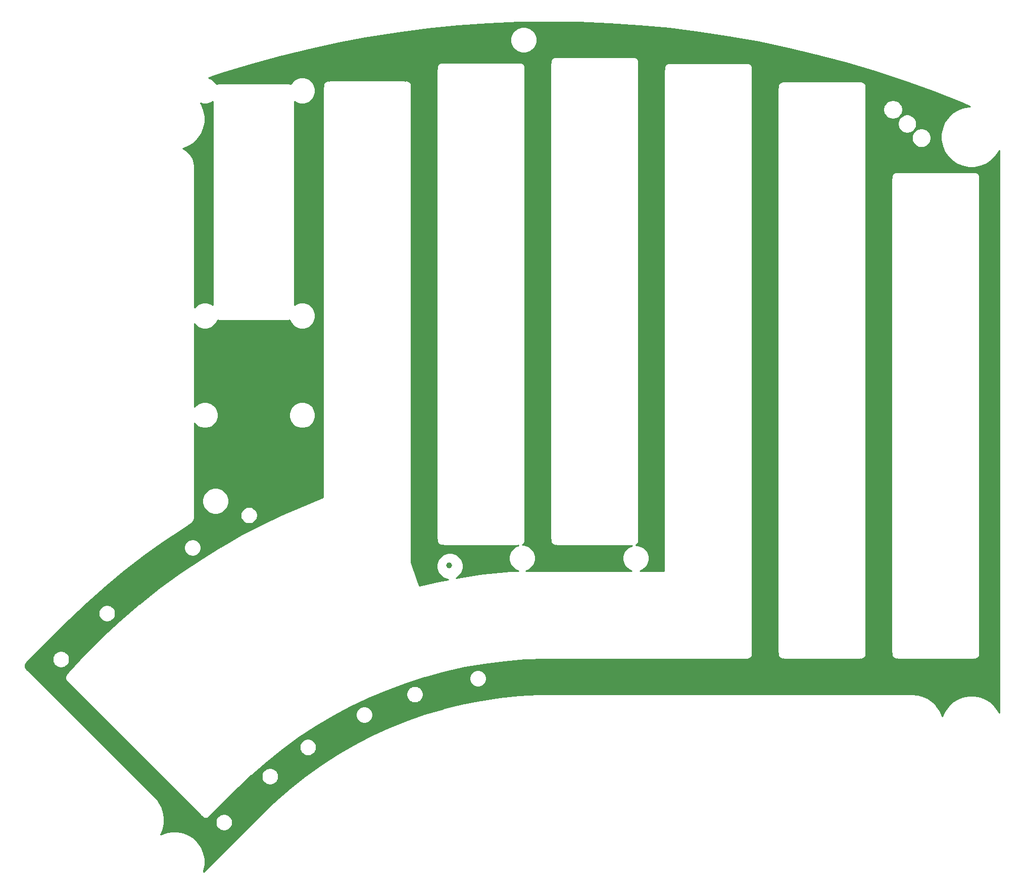
<source format=gtl>
%TF.GenerationSoftware,KiCad,Pcbnew,5.1.12-84ad8e8a86~92~ubuntu20.04.1*%
%TF.CreationDate,2021-11-17T01:01:51+01:00*%
%TF.ProjectId,LergoTopPlate_Alu_Rails,4c657267-6f54-46f7-9050-6c6174655f41,v1.A*%
%TF.SameCoordinates,Original*%
%TF.FileFunction,Copper,L1,Top*%
%TF.FilePolarity,Positive*%
%FSLAX46Y46*%
G04 Gerber Fmt 4.6, Leading zero omitted, Abs format (unit mm)*
G04 Created by KiCad (PCBNEW 5.1.12-84ad8e8a86~92~ubuntu20.04.1) date 2021-11-17 01:01:51*
%MOMM*%
%LPD*%
G01*
G04 APERTURE LIST*
%TA.AperFunction,SMDPad,CuDef*%
%ADD10C,1.000000*%
%TD*%
%TA.AperFunction,NonConductor*%
%ADD11C,0.254000*%
%TD*%
%TA.AperFunction,NonConductor*%
%ADD12C,0.150000*%
%TD*%
G04 APERTURE END LIST*
D10*
X144713995Y-109757730D03*
D11*
X166420503Y-18711548D02*
X171480350Y-18912344D01*
X176532638Y-19254342D01*
X181573464Y-19737281D01*
X186598760Y-20360769D01*
X191604700Y-21124330D01*
X196587416Y-22027377D01*
X201542920Y-23069185D01*
X206467462Y-24248967D01*
X211357086Y-25565776D01*
X216208069Y-27018607D01*
X221016579Y-28606314D01*
X225778876Y-30327660D01*
X230491834Y-32181533D01*
X231961377Y-32801844D01*
X231715416Y-32801844D01*
X230724890Y-32998872D01*
X229791836Y-33385356D01*
X228952109Y-33946443D01*
X228237980Y-34660572D01*
X227676893Y-35500299D01*
X227290409Y-36433353D01*
X227093381Y-37423879D01*
X227093381Y-38433809D01*
X227290409Y-39424335D01*
X227676893Y-40357389D01*
X228237980Y-41197116D01*
X228952109Y-41911245D01*
X229791836Y-42472332D01*
X230724890Y-42858816D01*
X231715416Y-43055844D01*
X232725346Y-43055844D01*
X233715872Y-42858816D01*
X234648926Y-42472332D01*
X235488653Y-41911245D01*
X236202782Y-41197116D01*
X236763869Y-40357389D01*
X236843381Y-40165430D01*
X236843382Y-134503416D01*
X236763869Y-134311455D01*
X236202782Y-133471728D01*
X235488653Y-132757599D01*
X234648926Y-132196512D01*
X233715872Y-131810028D01*
X232725346Y-131613000D01*
X231715416Y-131613000D01*
X230724890Y-131810028D01*
X229791836Y-132196512D01*
X228952109Y-132757599D01*
X228237980Y-133471728D01*
X227676893Y-134311455D01*
X227341287Y-135121678D01*
X227325806Y-135057194D01*
X227322024Y-135045955D01*
X227319557Y-135034349D01*
X227304428Y-134993668D01*
X226947119Y-134179697D01*
X226941404Y-134169301D01*
X226936923Y-134158321D01*
X226914829Y-134120962D01*
X226419026Y-133383128D01*
X226411560Y-133373909D01*
X226405205Y-133363894D01*
X226376845Y-133331039D01*
X225758218Y-132692666D01*
X225749242Y-132684918D01*
X225741210Y-132676183D01*
X225707479Y-132648869D01*
X224985583Y-132130135D01*
X224975379Y-132124100D01*
X224965925Y-132116924D01*
X224927891Y-132096015D01*
X224125544Y-131713315D01*
X224114427Y-131709181D01*
X224103857Y-131703795D01*
X224062721Y-131689952D01*
X223205285Y-131455384D01*
X223193616Y-131453284D01*
X223182255Y-131449854D01*
X223139318Y-131443514D01*
X222255611Y-131364646D01*
X222238877Y-131362999D01*
X161741840Y-131366602D01*
X161738903Y-131366891D01*
X159610675Y-131400324D01*
X159609200Y-131400382D01*
X159607715Y-131400382D01*
X159595881Y-131400847D01*
X156384832Y-131577562D01*
X156381909Y-131577792D01*
X156378922Y-131577933D01*
X156367123Y-131578955D01*
X153167963Y-131906734D01*
X153165024Y-131907105D01*
X153162077Y-131907384D01*
X153150338Y-131908961D01*
X149970170Y-132387078D01*
X149967261Y-132387586D01*
X149964322Y-132388004D01*
X149952671Y-132390132D01*
X146798556Y-133017525D01*
X146795670Y-133018170D01*
X146792757Y-133018726D01*
X146781219Y-133021400D01*
X143660160Y-133796675D01*
X143657300Y-133797457D01*
X143654424Y-133798148D01*
X143643025Y-133801362D01*
X140561951Y-134722800D01*
X140559133Y-134723715D01*
X140556292Y-134724541D01*
X140545057Y-134728289D01*
X137510809Y-135793841D01*
X137508040Y-135794887D01*
X137505237Y-135795847D01*
X137494191Y-135800120D01*
X134513505Y-137007422D01*
X134510791Y-137008596D01*
X134508034Y-137009688D01*
X134497202Y-137014477D01*
X131576698Y-138360848D01*
X131574051Y-138362145D01*
X131571340Y-138363369D01*
X131560746Y-138368663D01*
X128706906Y-139851114D01*
X128704318Y-139852537D01*
X128701672Y-139853885D01*
X128691339Y-139859672D01*
X125910500Y-141474912D01*
X125907966Y-141476465D01*
X125905403Y-141477927D01*
X125895353Y-141484194D01*
X123193690Y-143228636D01*
X123191255Y-143230291D01*
X123188740Y-143231887D01*
X123178997Y-143238621D01*
X120562507Y-145108392D01*
X120560157Y-145110157D01*
X120557716Y-145111872D01*
X120548301Y-145119058D01*
X118022796Y-147110007D01*
X118020528Y-147111883D01*
X118018174Y-147113709D01*
X118009108Y-147121330D01*
X115580191Y-149229037D01*
X115578005Y-149231026D01*
X115575749Y-149232953D01*
X115567052Y-149240992D01*
X113250259Y-151451102D01*
X113246794Y-151453947D01*
X103489872Y-161215347D01*
X103568871Y-161024628D01*
X103765899Y-160034102D01*
X103765899Y-159024172D01*
X103568871Y-158033646D01*
X103182387Y-157100592D01*
X102621300Y-156260865D01*
X101907171Y-155546736D01*
X101067444Y-154985649D01*
X100134390Y-154599165D01*
X99143864Y-154402137D01*
X98133934Y-154402137D01*
X97143408Y-154599165D01*
X96333185Y-154934771D01*
X96367835Y-154878227D01*
X96373107Y-154867607D01*
X96379570Y-154857655D01*
X96397638Y-154818191D01*
X96720548Y-153989971D01*
X96723858Y-153978578D01*
X96728454Y-153967645D01*
X96739239Y-153925636D01*
X96739248Y-153925606D01*
X96739249Y-153925595D01*
X96910388Y-153053291D01*
X96911628Y-153041499D01*
X96914216Y-153029919D01*
X96917392Y-152986661D01*
X96917395Y-152986632D01*
X96917394Y-152986621D01*
X96921180Y-152745599D01*
X105518463Y-152745599D01*
X105518463Y-153026693D01*
X105573301Y-153302387D01*
X105680872Y-153562084D01*
X105837039Y-153795806D01*
X106035803Y-153994570D01*
X106269525Y-154150737D01*
X106529222Y-154258308D01*
X106804916Y-154313146D01*
X107086010Y-154313146D01*
X107361704Y-154258308D01*
X107621401Y-154150737D01*
X107855123Y-153994570D01*
X108053887Y-153795806D01*
X108210054Y-153562084D01*
X108317625Y-153302387D01*
X108372463Y-153026693D01*
X108372463Y-152745599D01*
X108317625Y-152469905D01*
X108210054Y-152210208D01*
X108053887Y-151976486D01*
X107855123Y-151777722D01*
X107621401Y-151621555D01*
X107361704Y-151513984D01*
X107086010Y-151459146D01*
X106804916Y-151459146D01*
X106529222Y-151513984D01*
X106269525Y-151621555D01*
X106035803Y-151777722D01*
X105837039Y-151976486D01*
X105680872Y-152210208D01*
X105573301Y-152469905D01*
X105518463Y-152745599D01*
X96921180Y-152745599D01*
X96931357Y-152097799D01*
X96930489Y-152085975D01*
X96930986Y-152074119D01*
X96926449Y-152030954D01*
X96782792Y-151153695D01*
X96779841Y-151142203D01*
X96778232Y-151130454D01*
X96766123Y-151088775D01*
X96469388Y-150250820D01*
X96464451Y-150240037D01*
X96460785Y-150228753D01*
X96441486Y-150189877D01*
X96001051Y-149417713D01*
X95994284Y-149407977D01*
X95988677Y-149397519D01*
X95962809Y-149362690D01*
X95962798Y-149362674D01*
X95962793Y-149362669D01*
X95393694Y-148682034D01*
X95383038Y-148669050D01*
X75261991Y-128548003D01*
X80295980Y-128548003D01*
X80295980Y-128710907D01*
X80327762Y-128870682D01*
X80390103Y-129021186D01*
X80480608Y-129156636D01*
X80595799Y-129271827D01*
X80611287Y-129282176D01*
X80613631Y-129285785D01*
X80617162Y-129290145D01*
X80617165Y-129290149D01*
X80617169Y-129290153D01*
X80716266Y-129410797D01*
X80716279Y-129410810D01*
X80728685Y-129425927D01*
X91887446Y-140584687D01*
X103034626Y-151731869D01*
X103048103Y-151742929D01*
X103051558Y-151746433D01*
X103055896Y-151749996D01*
X103177233Y-151848254D01*
X103201503Y-151864257D01*
X103228233Y-151904261D01*
X103343424Y-152019452D01*
X103478874Y-152109957D01*
X103629378Y-152172298D01*
X103789153Y-152204080D01*
X103952057Y-152204080D01*
X104111832Y-152172298D01*
X104262336Y-152109957D01*
X104397786Y-152019452D01*
X104512977Y-151904261D01*
X104539676Y-151864303D01*
X104566441Y-151846922D01*
X104570801Y-151843391D01*
X104570805Y-151843388D01*
X104570809Y-151843384D01*
X104691453Y-151744287D01*
X104691456Y-151744284D01*
X104706584Y-151731869D01*
X109118573Y-147319881D01*
X109127632Y-147308842D01*
X111503969Y-145038135D01*
X113225927Y-145038135D01*
X113225927Y-145319229D01*
X113280765Y-145594923D01*
X113388336Y-145854620D01*
X113544503Y-146088342D01*
X113743267Y-146287106D01*
X113976989Y-146443273D01*
X114236686Y-146550844D01*
X114512380Y-146605682D01*
X114793474Y-146605682D01*
X115069168Y-146550844D01*
X115328865Y-146443273D01*
X115562587Y-146287106D01*
X115761351Y-146088342D01*
X115917518Y-145854620D01*
X116025089Y-145594923D01*
X116079927Y-145319229D01*
X116079927Y-145038135D01*
X116025089Y-144762441D01*
X115917518Y-144502744D01*
X115761351Y-144269022D01*
X115562587Y-144070258D01*
X115328865Y-143914091D01*
X115069168Y-143806520D01*
X114793474Y-143751682D01*
X114512380Y-143751682D01*
X114236686Y-143806520D01*
X113976989Y-143914091D01*
X113743267Y-144070258D01*
X113544503Y-144269022D01*
X113388336Y-144502744D01*
X113280765Y-144762441D01*
X113225927Y-145038135D01*
X111503969Y-145038135D01*
X111546152Y-144997828D01*
X114092607Y-142776583D01*
X116737213Y-140673132D01*
X117441155Y-140163603D01*
X119578544Y-140163603D01*
X119578544Y-140444697D01*
X119633382Y-140720391D01*
X119740953Y-140980088D01*
X119897120Y-141213810D01*
X120095884Y-141412574D01*
X120329606Y-141568741D01*
X120589303Y-141676312D01*
X120864997Y-141731150D01*
X121146091Y-141731150D01*
X121421785Y-141676312D01*
X121681482Y-141568741D01*
X121915204Y-141412574D01*
X122113968Y-141213810D01*
X122270135Y-140980088D01*
X122377706Y-140720391D01*
X122432544Y-140444697D01*
X122432544Y-140163603D01*
X122377706Y-139887909D01*
X122270135Y-139628212D01*
X122113968Y-139394490D01*
X121915204Y-139195726D01*
X121681482Y-139039559D01*
X121421785Y-138931988D01*
X121146091Y-138877150D01*
X120864997Y-138877150D01*
X120589303Y-138931988D01*
X120329606Y-139039559D01*
X120095884Y-139195726D01*
X119897120Y-139394490D01*
X119740953Y-139628212D01*
X119633382Y-139887909D01*
X119578544Y-140163603D01*
X117441155Y-140163603D01*
X119474506Y-138691819D01*
X122298882Y-136836702D01*
X125204484Y-135111629D01*
X125949988Y-134713603D01*
X129018220Y-134713603D01*
X129018220Y-134994697D01*
X129073058Y-135270391D01*
X129180629Y-135530088D01*
X129336796Y-135763810D01*
X129535560Y-135962574D01*
X129769282Y-136118741D01*
X130028979Y-136226312D01*
X130304673Y-136281150D01*
X130585767Y-136281150D01*
X130861461Y-136226312D01*
X131121158Y-136118741D01*
X131354880Y-135962574D01*
X131553644Y-135763810D01*
X131709811Y-135530088D01*
X131817382Y-135270391D01*
X131872220Y-134994697D01*
X131872220Y-134713603D01*
X131817382Y-134437909D01*
X131709811Y-134178212D01*
X131553644Y-133944490D01*
X131354880Y-133745726D01*
X131121158Y-133589559D01*
X130861461Y-133481988D01*
X130585767Y-133427150D01*
X130304673Y-133427150D01*
X130028979Y-133481988D01*
X129769282Y-133589559D01*
X129535560Y-133745726D01*
X129336796Y-133944490D01*
X129180629Y-134178212D01*
X129073058Y-134437909D01*
X129018220Y-134713603D01*
X125949988Y-134713603D01*
X128185356Y-133520137D01*
X131235359Y-132065500D01*
X133090169Y-131282080D01*
X137490245Y-131282080D01*
X137490245Y-131563174D01*
X137545083Y-131838868D01*
X137652654Y-132098565D01*
X137808821Y-132332287D01*
X138007585Y-132531051D01*
X138241307Y-132687218D01*
X138501004Y-132794789D01*
X138776698Y-132849627D01*
X139057792Y-132849627D01*
X139333486Y-132794789D01*
X139593183Y-132687218D01*
X139826905Y-132531051D01*
X140025669Y-132332287D01*
X140181836Y-132098565D01*
X140289407Y-131838868D01*
X140344245Y-131563174D01*
X140344245Y-131282080D01*
X140289407Y-131006386D01*
X140181836Y-130746689D01*
X140025669Y-130512967D01*
X139826905Y-130314203D01*
X139593183Y-130158036D01*
X139333486Y-130050465D01*
X139057792Y-129995627D01*
X138776698Y-129995627D01*
X138501004Y-130050465D01*
X138241307Y-130158036D01*
X138007585Y-130314203D01*
X137808821Y-130512967D01*
X137652654Y-130746689D01*
X137545083Y-131006386D01*
X137490245Y-131282080D01*
X133090169Y-131282080D01*
X134348186Y-130750729D01*
X137517462Y-129578513D01*
X140500348Y-128626676D01*
X148061850Y-128626676D01*
X148061850Y-128907770D01*
X148116688Y-129183464D01*
X148224259Y-129443161D01*
X148380426Y-129676883D01*
X148579190Y-129875647D01*
X148812912Y-130031814D01*
X149072609Y-130139385D01*
X149348303Y-130194223D01*
X149629397Y-130194223D01*
X149905091Y-130139385D01*
X150164788Y-130031814D01*
X150398510Y-129875647D01*
X150597274Y-129676883D01*
X150753441Y-129443161D01*
X150861012Y-129183464D01*
X150915850Y-128907770D01*
X150915850Y-128626676D01*
X150861012Y-128350982D01*
X150753441Y-128091285D01*
X150597274Y-127857563D01*
X150398510Y-127658799D01*
X150164788Y-127502632D01*
X149905091Y-127395061D01*
X149629397Y-127340223D01*
X149348303Y-127340223D01*
X149072609Y-127395061D01*
X148812912Y-127502632D01*
X148579190Y-127658799D01*
X148380426Y-127857563D01*
X148224259Y-128091285D01*
X148116688Y-128350982D01*
X148061850Y-128626676D01*
X140500348Y-128626676D01*
X140736689Y-128551260D01*
X143999165Y-127671108D01*
X147298191Y-126939862D01*
X150627053Y-126359011D01*
X153978799Y-125929772D01*
X157346526Y-125653022D01*
X160726583Y-125529208D01*
X161761365Y-125522001D01*
X194619747Y-125521999D01*
X194636869Y-125520313D01*
X194639924Y-125520334D01*
X194645511Y-125519786D01*
X194742559Y-125509586D01*
X194778245Y-125502261D01*
X194814040Y-125495433D01*
X194819413Y-125493810D01*
X194840363Y-125487325D01*
X194901227Y-125475218D01*
X195051731Y-125412877D01*
X195187181Y-125322372D01*
X195302372Y-125207181D01*
X195392877Y-125071731D01*
X195455218Y-124921227D01*
X195467659Y-124858682D01*
X195475320Y-124833309D01*
X195482397Y-124797568D01*
X195489973Y-124761926D01*
X195490560Y-124756344D01*
X195500082Y-124659226D01*
X195500082Y-124659220D01*
X195502000Y-124639747D01*
X195502000Y-29800254D01*
X199748000Y-29800254D01*
X199748001Y-36000244D01*
X199748000Y-36000254D01*
X199748001Y-118100244D01*
X199748000Y-118100254D01*
X199748001Y-124339747D01*
X199749708Y-124357073D01*
X199749673Y-124362021D01*
X199750221Y-124367607D01*
X199766542Y-124522884D01*
X199772387Y-124551357D01*
X199763000Y-124598548D01*
X199763000Y-124761452D01*
X199794782Y-124921227D01*
X199857123Y-125071731D01*
X199947628Y-125207181D01*
X200062819Y-125322372D01*
X200198269Y-125412877D01*
X200348773Y-125475218D01*
X200508548Y-125507000D01*
X200671452Y-125507000D01*
X200718588Y-125497624D01*
X200749802Y-125504259D01*
X200755378Y-125504844D01*
X200755386Y-125504846D01*
X200755394Y-125504846D01*
X200910487Y-125520053D01*
X200930253Y-125522000D01*
X213369747Y-125522000D01*
X213387083Y-125520293D01*
X213392021Y-125520327D01*
X213397607Y-125519779D01*
X213552884Y-125503458D01*
X213581357Y-125497613D01*
X213628548Y-125507000D01*
X213791452Y-125507000D01*
X213951227Y-125475218D01*
X214101731Y-125412877D01*
X214237181Y-125322372D01*
X214352372Y-125207181D01*
X214442877Y-125071731D01*
X214505218Y-124921227D01*
X214537000Y-124761452D01*
X214537000Y-124598548D01*
X214527624Y-124551412D01*
X214534259Y-124520198D01*
X214534844Y-124514622D01*
X214534846Y-124514614D01*
X214534846Y-124514606D01*
X214550081Y-124359229D01*
X214552000Y-124339747D01*
X214552000Y-44980254D01*
X218798000Y-44980254D01*
X218798001Y-51180244D01*
X218798000Y-51180254D01*
X218798001Y-118100244D01*
X218798000Y-118100254D01*
X218798001Y-124339747D01*
X218799708Y-124357073D01*
X218799673Y-124362021D01*
X218800221Y-124367607D01*
X218816542Y-124522884D01*
X218822387Y-124551357D01*
X218813000Y-124598548D01*
X218813000Y-124761452D01*
X218844782Y-124921227D01*
X218907123Y-125071731D01*
X218997628Y-125207181D01*
X219112819Y-125322372D01*
X219248269Y-125412877D01*
X219398773Y-125475218D01*
X219558548Y-125507000D01*
X219721452Y-125507000D01*
X219768588Y-125497624D01*
X219799802Y-125504259D01*
X219805378Y-125504844D01*
X219805386Y-125504846D01*
X219805394Y-125504846D01*
X219960487Y-125520053D01*
X219980253Y-125522000D01*
X232419747Y-125522000D01*
X232437083Y-125520293D01*
X232442021Y-125520327D01*
X232447607Y-125519779D01*
X232602884Y-125503458D01*
X232631357Y-125497613D01*
X232678548Y-125507000D01*
X232841452Y-125507000D01*
X233001227Y-125475218D01*
X233151731Y-125412877D01*
X233287181Y-125322372D01*
X233402372Y-125207181D01*
X233492877Y-125071731D01*
X233555218Y-124921227D01*
X233587000Y-124761452D01*
X233587000Y-124598548D01*
X233577624Y-124551412D01*
X233584259Y-124520198D01*
X233584844Y-124514622D01*
X233584846Y-124514614D01*
X233584846Y-124514606D01*
X233600081Y-124359229D01*
X233602000Y-124339747D01*
X233602000Y-44980253D01*
X233600293Y-44962917D01*
X233600327Y-44957979D01*
X233599779Y-44952392D01*
X233583458Y-44797116D01*
X233577613Y-44768643D01*
X233587000Y-44721452D01*
X233587000Y-44558548D01*
X233555218Y-44398773D01*
X233492877Y-44248269D01*
X233402372Y-44112819D01*
X233287181Y-43997628D01*
X233151731Y-43907123D01*
X233001227Y-43844782D01*
X232841452Y-43813000D01*
X232678548Y-43813000D01*
X232631412Y-43822376D01*
X232600198Y-43815741D01*
X232594616Y-43815155D01*
X232439513Y-43799947D01*
X232419747Y-43798000D01*
X219980253Y-43798000D01*
X219962917Y-43799707D01*
X219957979Y-43799673D01*
X219952392Y-43800221D01*
X219797116Y-43816542D01*
X219768643Y-43822387D01*
X219721452Y-43813000D01*
X219558548Y-43813000D01*
X219398773Y-43844782D01*
X219248269Y-43907123D01*
X219112819Y-43997628D01*
X218997628Y-44112819D01*
X218907123Y-44248269D01*
X218844782Y-44398773D01*
X218813000Y-44558548D01*
X218813000Y-44721452D01*
X218822376Y-44768588D01*
X218815741Y-44799802D01*
X218815155Y-44805384D01*
X218799925Y-44960709D01*
X218798000Y-44980254D01*
X214552000Y-44980254D01*
X214552000Y-37942880D01*
X222191750Y-37942880D01*
X222191750Y-38263370D01*
X222254275Y-38577703D01*
X222376922Y-38873798D01*
X222554977Y-39140277D01*
X222781598Y-39366898D01*
X223048077Y-39544953D01*
X223344172Y-39667600D01*
X223658505Y-39730125D01*
X223978995Y-39730125D01*
X224293328Y-39667600D01*
X224589423Y-39544953D01*
X224855902Y-39366898D01*
X225082523Y-39140277D01*
X225260578Y-38873798D01*
X225383225Y-38577703D01*
X225445750Y-38263370D01*
X225445750Y-37942880D01*
X225383225Y-37628547D01*
X225260578Y-37332452D01*
X225082523Y-37065973D01*
X224855902Y-36839352D01*
X224589423Y-36661297D01*
X224293328Y-36538650D01*
X223978995Y-36476125D01*
X223658505Y-36476125D01*
X223344172Y-36538650D01*
X223048077Y-36661297D01*
X222781598Y-36839352D01*
X222554977Y-37065973D01*
X222376922Y-37332452D01*
X222254275Y-37628547D01*
X222191750Y-37942880D01*
X214552000Y-37942880D01*
X214552000Y-35566554D01*
X219860500Y-35566554D01*
X219860500Y-35877196D01*
X219921104Y-36181869D01*
X220039981Y-36468864D01*
X220212564Y-36727154D01*
X220432221Y-36946811D01*
X220690511Y-37119394D01*
X220977506Y-37238271D01*
X221282179Y-37298875D01*
X221592821Y-37298875D01*
X221897494Y-37238271D01*
X222184489Y-37119394D01*
X222442779Y-36946811D01*
X222662436Y-36727154D01*
X222835019Y-36468864D01*
X222953896Y-36181869D01*
X223014500Y-35877196D01*
X223014500Y-35566554D01*
X222953896Y-35261881D01*
X222835019Y-34974886D01*
X222662436Y-34716596D01*
X222442779Y-34496939D01*
X222184489Y-34324356D01*
X221897494Y-34205479D01*
X221592821Y-34144875D01*
X221282179Y-34144875D01*
X220977506Y-34205479D01*
X220690511Y-34324356D01*
X220432221Y-34496939D01*
X220212564Y-34716596D01*
X220039981Y-34974886D01*
X219921104Y-35261881D01*
X219860500Y-35566554D01*
X214552000Y-35566554D01*
X214552000Y-33180380D01*
X217429250Y-33180380D01*
X217429250Y-33500870D01*
X217491775Y-33815203D01*
X217614422Y-34111298D01*
X217792477Y-34377777D01*
X218019098Y-34604398D01*
X218285577Y-34782453D01*
X218581672Y-34905100D01*
X218896005Y-34967625D01*
X219216495Y-34967625D01*
X219530828Y-34905100D01*
X219826923Y-34782453D01*
X220093402Y-34604398D01*
X220320023Y-34377777D01*
X220498078Y-34111298D01*
X220620725Y-33815203D01*
X220683250Y-33500870D01*
X220683250Y-33180380D01*
X220620725Y-32866047D01*
X220498078Y-32569952D01*
X220320023Y-32303473D01*
X220093402Y-32076852D01*
X219826923Y-31898797D01*
X219530828Y-31776150D01*
X219216495Y-31713625D01*
X218896005Y-31713625D01*
X218581672Y-31776150D01*
X218285577Y-31898797D01*
X218019098Y-32076852D01*
X217792477Y-32303473D01*
X217614422Y-32569952D01*
X217491775Y-32866047D01*
X217429250Y-33180380D01*
X214552000Y-33180380D01*
X214552000Y-29800253D01*
X214550293Y-29782917D01*
X214550327Y-29777979D01*
X214549779Y-29772392D01*
X214533458Y-29617116D01*
X214527613Y-29588643D01*
X214537000Y-29541452D01*
X214537000Y-29378548D01*
X214505218Y-29218773D01*
X214442877Y-29068269D01*
X214352372Y-28932819D01*
X214237181Y-28817628D01*
X214101731Y-28727123D01*
X213951227Y-28664782D01*
X213791452Y-28633000D01*
X213628548Y-28633000D01*
X213581412Y-28642376D01*
X213550198Y-28635741D01*
X213544616Y-28635155D01*
X213389513Y-28619947D01*
X213369747Y-28618000D01*
X200930253Y-28618000D01*
X200912917Y-28619707D01*
X200907979Y-28619673D01*
X200902392Y-28620221D01*
X200747116Y-28636542D01*
X200718643Y-28642387D01*
X200671452Y-28633000D01*
X200508548Y-28633000D01*
X200348773Y-28664782D01*
X200198269Y-28727123D01*
X200062819Y-28817628D01*
X199947628Y-28932819D01*
X199857123Y-29068269D01*
X199794782Y-29218773D01*
X199763000Y-29378548D01*
X199763000Y-29541452D01*
X199772376Y-29588588D01*
X199765741Y-29619802D01*
X199765155Y-29625384D01*
X199749925Y-29780709D01*
X199748000Y-29800254D01*
X195502000Y-29800254D01*
X195502000Y-26720253D01*
X195500293Y-26702917D01*
X195500327Y-26697979D01*
X195499779Y-26692392D01*
X195483458Y-26537116D01*
X195477613Y-26508643D01*
X195487000Y-26461452D01*
X195487000Y-26298548D01*
X195455218Y-26138773D01*
X195392877Y-25988269D01*
X195302372Y-25852819D01*
X195187181Y-25737628D01*
X195051731Y-25647123D01*
X194901227Y-25584782D01*
X194741452Y-25553000D01*
X194578548Y-25553000D01*
X194531412Y-25562376D01*
X194500198Y-25555741D01*
X194494616Y-25555155D01*
X194339513Y-25539947D01*
X194319747Y-25538000D01*
X181880253Y-25538000D01*
X181862917Y-25539707D01*
X181857979Y-25539673D01*
X181852392Y-25540221D01*
X181697116Y-25556542D01*
X181668643Y-25562387D01*
X181621452Y-25553000D01*
X181458548Y-25553000D01*
X181298773Y-25584782D01*
X181148269Y-25647123D01*
X181012819Y-25737628D01*
X180897628Y-25852819D01*
X180807123Y-25988269D01*
X180744782Y-26138773D01*
X180713000Y-26298548D01*
X180713000Y-26461452D01*
X180722376Y-26508588D01*
X180715741Y-26539802D01*
X180715155Y-26545384D01*
X180699925Y-26700709D01*
X180698000Y-26720254D01*
X180698001Y-32920244D01*
X180698000Y-32920254D01*
X180698001Y-110718000D01*
X176667806Y-110718000D01*
X177028630Y-110568542D01*
X177393380Y-110324824D01*
X177703574Y-110014630D01*
X177947292Y-109649880D01*
X178115168Y-109244592D01*
X178200750Y-108814340D01*
X178200750Y-108375660D01*
X178115168Y-107945408D01*
X177947292Y-107540120D01*
X177703574Y-107175370D01*
X177393380Y-106865176D01*
X177028630Y-106621458D01*
X176623342Y-106453582D01*
X176193090Y-106368000D01*
X175989363Y-106368000D01*
X176001731Y-106362877D01*
X176137181Y-106272372D01*
X176252372Y-106157181D01*
X176342877Y-106021731D01*
X176405218Y-105871227D01*
X176437000Y-105711452D01*
X176437000Y-105548548D01*
X176427624Y-105501412D01*
X176434259Y-105470198D01*
X176434844Y-105464622D01*
X176434846Y-105464614D01*
X176434846Y-105464606D01*
X176450081Y-105309229D01*
X176452000Y-105289747D01*
X176452000Y-25680253D01*
X176450293Y-25662917D01*
X176450327Y-25657979D01*
X176449779Y-25652392D01*
X176433458Y-25497116D01*
X176427613Y-25468643D01*
X176437000Y-25421452D01*
X176437000Y-25258548D01*
X176405218Y-25098773D01*
X176342877Y-24948269D01*
X176252372Y-24812819D01*
X176137181Y-24697628D01*
X176001731Y-24607123D01*
X175851227Y-24544782D01*
X175691452Y-24513000D01*
X175528548Y-24513000D01*
X175481412Y-24522376D01*
X175450198Y-24515741D01*
X175444616Y-24515155D01*
X175289513Y-24499947D01*
X175269747Y-24498000D01*
X162830253Y-24498000D01*
X162812917Y-24499707D01*
X162807979Y-24499673D01*
X162802392Y-24500221D01*
X162647116Y-24516542D01*
X162618643Y-24522387D01*
X162571452Y-24513000D01*
X162408548Y-24513000D01*
X162248773Y-24544782D01*
X162098269Y-24607123D01*
X161962819Y-24697628D01*
X161847628Y-24812819D01*
X161757123Y-24948269D01*
X161694782Y-25098773D01*
X161663000Y-25258548D01*
X161663000Y-25421452D01*
X161672376Y-25468588D01*
X161665741Y-25499802D01*
X161665155Y-25505384D01*
X161649925Y-25660709D01*
X161648000Y-25680254D01*
X161648001Y-31880244D01*
X161648000Y-31880254D01*
X161648001Y-99050244D01*
X161648000Y-99050254D01*
X161648001Y-105289747D01*
X161649708Y-105307073D01*
X161649673Y-105312021D01*
X161650221Y-105317607D01*
X161666542Y-105472884D01*
X161672387Y-105501357D01*
X161663000Y-105548548D01*
X161663000Y-105711452D01*
X161694782Y-105871227D01*
X161757123Y-106021731D01*
X161847628Y-106157181D01*
X161962819Y-106272372D01*
X162098269Y-106362877D01*
X162248773Y-106425218D01*
X162408548Y-106457000D01*
X162571452Y-106457000D01*
X162618588Y-106447624D01*
X162649802Y-106454259D01*
X162655378Y-106454844D01*
X162655386Y-106454846D01*
X162655394Y-106454846D01*
X162810487Y-106470053D01*
X162830253Y-106472000D01*
X175269747Y-106472000D01*
X175282796Y-106470715D01*
X174918870Y-106621458D01*
X174554120Y-106865176D01*
X174243926Y-107175370D01*
X174000208Y-107540120D01*
X173832332Y-107945408D01*
X173746750Y-108375660D01*
X173746750Y-108814340D01*
X173832332Y-109244592D01*
X174000208Y-109649880D01*
X174243926Y-110014630D01*
X174554120Y-110324824D01*
X174918870Y-110568542D01*
X175279694Y-110718000D01*
X157565380Y-110718002D01*
X157573342Y-110716418D01*
X157978630Y-110548542D01*
X158343380Y-110304824D01*
X158653574Y-109994630D01*
X158897292Y-109629880D01*
X159065168Y-109224592D01*
X159150750Y-108794340D01*
X159150750Y-108355660D01*
X159065168Y-107925408D01*
X158897292Y-107520120D01*
X158653574Y-107155370D01*
X158343380Y-106845176D01*
X157978630Y-106601458D01*
X157573342Y-106433582D01*
X157143090Y-106348000D01*
X156939363Y-106348000D01*
X156951731Y-106342877D01*
X157087181Y-106252372D01*
X157202372Y-106137181D01*
X157292877Y-106001731D01*
X157355218Y-105851227D01*
X157387000Y-105691452D01*
X157387000Y-105528548D01*
X157377624Y-105481412D01*
X157384259Y-105450198D01*
X157384844Y-105444622D01*
X157384846Y-105444614D01*
X157384846Y-105444606D01*
X157400081Y-105289229D01*
X157402000Y-105269747D01*
X157402000Y-26640253D01*
X157400293Y-26622917D01*
X157400327Y-26617979D01*
X157399779Y-26612392D01*
X157383458Y-26457116D01*
X157377613Y-26428643D01*
X157387000Y-26381452D01*
X157387000Y-26218548D01*
X157355218Y-26058773D01*
X157292877Y-25908269D01*
X157202372Y-25772819D01*
X157087181Y-25657628D01*
X156951731Y-25567123D01*
X156801227Y-25504782D01*
X156641452Y-25473000D01*
X156478548Y-25473000D01*
X156431412Y-25482376D01*
X156400198Y-25475741D01*
X156394616Y-25475155D01*
X156239513Y-25459947D01*
X156219747Y-25458000D01*
X143780253Y-25458000D01*
X143762917Y-25459707D01*
X143757979Y-25459673D01*
X143752392Y-25460221D01*
X143597116Y-25476542D01*
X143568643Y-25482387D01*
X143521452Y-25473000D01*
X143358548Y-25473000D01*
X143198773Y-25504782D01*
X143048269Y-25567123D01*
X142912819Y-25657628D01*
X142797628Y-25772819D01*
X142707123Y-25908269D01*
X142644782Y-26058773D01*
X142613000Y-26218548D01*
X142613000Y-26381452D01*
X142622376Y-26428587D01*
X142615741Y-26459802D01*
X142615155Y-26465384D01*
X142599956Y-26620393D01*
X142598000Y-26640254D01*
X142598001Y-32840244D01*
X142598000Y-32840254D01*
X142598001Y-99030244D01*
X142598000Y-99030254D01*
X142598001Y-105269747D01*
X142599708Y-105287073D01*
X142599673Y-105292021D01*
X142600221Y-105297607D01*
X142616542Y-105452884D01*
X142622387Y-105481357D01*
X142613000Y-105528548D01*
X142613000Y-105691452D01*
X142644782Y-105851227D01*
X142707123Y-106001731D01*
X142797628Y-106137181D01*
X142912819Y-106252372D01*
X143048269Y-106342877D01*
X143198773Y-106405218D01*
X143358548Y-106437000D01*
X143521452Y-106437000D01*
X143568588Y-106427624D01*
X143599802Y-106434259D01*
X143605378Y-106434844D01*
X143605386Y-106434846D01*
X143605394Y-106434846D01*
X143760487Y-106450053D01*
X143780253Y-106452000D01*
X156219747Y-106452000D01*
X156232796Y-106450715D01*
X155868870Y-106601458D01*
X155504120Y-106845176D01*
X155193926Y-107155370D01*
X154950208Y-107520120D01*
X154782332Y-107925408D01*
X154696750Y-108355660D01*
X154696750Y-108794340D01*
X154782332Y-109224592D01*
X154950208Y-109629880D01*
X155193926Y-109994630D01*
X155504120Y-110304824D01*
X155868870Y-110548542D01*
X156274158Y-110716418D01*
X156282121Y-110718002D01*
X154740254Y-110718002D01*
X154723894Y-110719613D01*
X154118075Y-110769422D01*
X154113181Y-110769928D01*
X154108322Y-110770344D01*
X150395453Y-111166905D01*
X150380291Y-111168846D01*
X150378752Y-111169043D01*
X146685746Y-111720734D01*
X146669149Y-111723570D01*
X145875169Y-111876416D01*
X146213074Y-111650635D01*
X146523268Y-111340441D01*
X146766986Y-110975691D01*
X146934862Y-110570403D01*
X147020444Y-110140151D01*
X147020444Y-109701471D01*
X146934862Y-109271219D01*
X146766986Y-108865931D01*
X146523268Y-108501181D01*
X146213074Y-108190987D01*
X145848324Y-107947269D01*
X145443036Y-107779393D01*
X145012784Y-107693811D01*
X144574104Y-107693811D01*
X144143852Y-107779393D01*
X143738564Y-107947269D01*
X143373814Y-108190987D01*
X143063620Y-108501181D01*
X142819902Y-108865931D01*
X142652026Y-109271219D01*
X142566444Y-109701471D01*
X142566444Y-110140151D01*
X142652026Y-110570403D01*
X142819902Y-110975691D01*
X143063620Y-111340441D01*
X143373814Y-111650635D01*
X143738564Y-111894353D01*
X144143852Y-112062229D01*
X144520626Y-112137174D01*
X143002485Y-112429425D01*
X142986021Y-112432953D01*
X139706228Y-113208050D01*
X138352000Y-109275088D01*
X138352000Y-29640253D01*
X138350293Y-29622917D01*
X138350327Y-29617979D01*
X138349779Y-29612392D01*
X138333458Y-29457116D01*
X138327613Y-29428643D01*
X138337000Y-29381452D01*
X138337000Y-29218548D01*
X138305218Y-29058773D01*
X138242877Y-28908269D01*
X138152372Y-28772819D01*
X138037181Y-28657628D01*
X137901731Y-28567123D01*
X137751227Y-28504782D01*
X137591452Y-28473000D01*
X137428548Y-28473000D01*
X137381412Y-28482376D01*
X137350198Y-28475741D01*
X137344616Y-28475155D01*
X137189513Y-28459947D01*
X137169747Y-28458000D01*
X124730253Y-28458000D01*
X124712917Y-28459707D01*
X124707979Y-28459673D01*
X124702392Y-28460221D01*
X124547116Y-28476542D01*
X124518643Y-28482387D01*
X124471452Y-28473000D01*
X124308548Y-28473000D01*
X124148773Y-28504782D01*
X123998269Y-28567123D01*
X123862819Y-28657628D01*
X123747628Y-28772819D01*
X123657123Y-28908269D01*
X123594782Y-29058773D01*
X123563000Y-29218548D01*
X123563000Y-29381452D01*
X123572376Y-29428588D01*
X123565741Y-29459802D01*
X123565155Y-29465384D01*
X123550014Y-29619802D01*
X123548000Y-29640254D01*
X123548001Y-35840244D01*
X123548000Y-35840254D01*
X123548001Y-98391115D01*
X121302515Y-99260907D01*
X121302491Y-99260917D01*
X121302444Y-99260934D01*
X121290742Y-99265683D01*
X117467939Y-100887169D01*
X117466658Y-100887742D01*
X117465359Y-100888274D01*
X117453848Y-100893468D01*
X113696107Y-102660509D01*
X113694857Y-102661126D01*
X113693571Y-102661712D01*
X113682268Y-102667344D01*
X109995130Y-104577334D01*
X109993905Y-104577999D01*
X109992643Y-104578633D01*
X109981564Y-104584695D01*
X106370465Y-106634818D01*
X106369262Y-106635532D01*
X106368029Y-106636212D01*
X106357191Y-106642695D01*
X102827452Y-108829929D01*
X102826292Y-108830679D01*
X102825071Y-108831415D01*
X102814491Y-108838309D01*
X99371318Y-111159430D01*
X99370172Y-111160235D01*
X99368996Y-111161007D01*
X99358820Y-111168208D01*
X99358687Y-111168302D01*
X99358663Y-111168321D01*
X96007155Y-113619888D01*
X96006044Y-113620734D01*
X96004895Y-113621553D01*
X95994874Y-113629238D01*
X92739922Y-116207675D01*
X92738847Y-116208561D01*
X92737728Y-116209425D01*
X92728176Y-116217352D01*
X92728010Y-116217489D01*
X92727980Y-116217515D01*
X89574438Y-118918977D01*
X89573409Y-118919893D01*
X89572312Y-118920810D01*
X89562911Y-118929241D01*
X86515368Y-121749795D01*
X86514361Y-121750764D01*
X86513315Y-121751708D01*
X86504525Y-121760223D01*
X86504243Y-121760494D01*
X86504192Y-121760547D01*
X83567221Y-124695959D01*
X83566259Y-124696958D01*
X83565243Y-124697949D01*
X83556516Y-124707077D01*
X80759753Y-127725700D01*
X80745625Y-127737060D01*
X80741642Y-127741015D01*
X80737707Y-127744979D01*
X80726620Y-127758575D01*
X80714120Y-127770901D01*
X80710558Y-127775239D01*
X80612300Y-127896577D01*
X80592250Y-127926984D01*
X80571763Y-127957130D01*
X80569110Y-127962077D01*
X80511458Y-128071424D01*
X80480608Y-128102274D01*
X80390103Y-128237724D01*
X80327762Y-128388228D01*
X80295980Y-128548003D01*
X75261991Y-128548003D01*
X73847175Y-127133187D01*
X73827296Y-127102576D01*
X73823896Y-127098377D01*
X73724105Y-126976891D01*
X73667740Y-126871771D01*
X73632869Y-126757711D01*
X73620814Y-126639041D01*
X73632039Y-126520299D01*
X73666113Y-126405998D01*
X73721743Y-126300487D01*
X73820684Y-126178305D01*
X73827025Y-126168689D01*
X73847200Y-126143949D01*
X73850990Y-126136820D01*
X74571887Y-125415923D01*
X78188787Y-125415923D01*
X78188787Y-125697017D01*
X78243625Y-125972711D01*
X78351196Y-126232408D01*
X78507363Y-126466130D01*
X78706127Y-126664894D01*
X78939849Y-126821061D01*
X79199546Y-126928632D01*
X79475240Y-126983470D01*
X79756334Y-126983470D01*
X80032028Y-126928632D01*
X80291725Y-126821061D01*
X80525447Y-126664894D01*
X80724211Y-126466130D01*
X80880378Y-126232408D01*
X80987949Y-125972711D01*
X81042787Y-125697017D01*
X81042787Y-125415923D01*
X80987949Y-125140229D01*
X80880378Y-124880532D01*
X80724211Y-124646810D01*
X80525447Y-124448046D01*
X80291725Y-124291879D01*
X80032028Y-124184308D01*
X79756334Y-124129470D01*
X79475240Y-124129470D01*
X79199546Y-124184308D01*
X78939849Y-124291879D01*
X78706127Y-124448046D01*
X78507363Y-124646810D01*
X78351196Y-124880532D01*
X78243625Y-125140229D01*
X78188787Y-125415923D01*
X74571887Y-125415923D01*
X80876849Y-119110962D01*
X82331793Y-117708459D01*
X85896251Y-117708459D01*
X85896251Y-117989553D01*
X85951089Y-118265247D01*
X86058660Y-118524944D01*
X86214827Y-118758666D01*
X86413591Y-118957430D01*
X86647313Y-119113597D01*
X86907010Y-119221168D01*
X87182704Y-119276006D01*
X87463798Y-119276006D01*
X87739492Y-119221168D01*
X87999189Y-119113597D01*
X88232911Y-118957430D01*
X88431675Y-118758666D01*
X88587842Y-118524944D01*
X88695413Y-118265247D01*
X88750251Y-117989553D01*
X88750251Y-117708459D01*
X88695413Y-117432765D01*
X88587842Y-117173068D01*
X88431675Y-116939346D01*
X88232911Y-116740582D01*
X87999189Y-116584415D01*
X87739492Y-116476844D01*
X87463798Y-116422006D01*
X87182704Y-116422006D01*
X86907010Y-116476844D01*
X86647313Y-116584415D01*
X86413591Y-116740582D01*
X86214827Y-116939346D01*
X86058660Y-117173068D01*
X85951089Y-117432765D01*
X85896251Y-117708459D01*
X82331793Y-117708459D01*
X83897581Y-116199108D01*
X87020414Y-113402204D01*
X90243640Y-110721611D01*
X93562920Y-108160932D01*
X95618987Y-106691721D01*
X100253544Y-106691721D01*
X100253544Y-106972815D01*
X100308382Y-107248509D01*
X100415953Y-107508206D01*
X100572120Y-107741928D01*
X100770884Y-107940692D01*
X101004606Y-108096859D01*
X101264303Y-108204430D01*
X101539997Y-108259268D01*
X101821091Y-108259268D01*
X102096785Y-108204430D01*
X102356482Y-108096859D01*
X102590204Y-107940692D01*
X102788968Y-107741928D01*
X102945135Y-107508206D01*
X103052706Y-107248509D01*
X103107544Y-106972815D01*
X103107544Y-106691721D01*
X103052706Y-106416027D01*
X102945135Y-106156330D01*
X102788968Y-105922608D01*
X102590204Y-105723844D01*
X102356482Y-105567677D01*
X102096785Y-105460106D01*
X101821091Y-105405268D01*
X101539997Y-105405268D01*
X101264303Y-105460106D01*
X101004606Y-105567677D01*
X100770884Y-105723844D01*
X100572120Y-105922608D01*
X100415953Y-106156330D01*
X100308382Y-106416027D01*
X100253544Y-106691721D01*
X95618987Y-106691721D01*
X96973819Y-105723595D01*
X100473895Y-103411458D01*
X101343658Y-102864987D01*
X101343685Y-102864970D01*
X101348053Y-102862183D01*
X101378813Y-102842258D01*
X101393880Y-102830259D01*
X101409998Y-102819718D01*
X101414079Y-102816392D01*
X101564492Y-102692031D01*
X101588575Y-102667793D01*
X101612994Y-102643894D01*
X101616345Y-102639845D01*
X101616352Y-102639838D01*
X101616357Y-102639830D01*
X101739745Y-102488632D01*
X101758663Y-102460176D01*
X101777974Y-102431989D01*
X101780480Y-102427359D01*
X101872154Y-102255064D01*
X101885173Y-102223502D01*
X101898653Y-102192075D01*
X101900211Y-102187047D01*
X101956674Y-102000227D01*
X101963320Y-101966711D01*
X101970434Y-101933288D01*
X101970986Y-101928053D01*
X101990086Y-101733824D01*
X101991896Y-101715448D01*
X101991896Y-101241721D01*
X109693220Y-101241721D01*
X109693220Y-101522815D01*
X109748058Y-101798509D01*
X109855629Y-102058206D01*
X110011796Y-102291928D01*
X110210560Y-102490692D01*
X110444282Y-102646859D01*
X110703979Y-102754430D01*
X110979673Y-102809268D01*
X111260767Y-102809268D01*
X111536461Y-102754430D01*
X111796158Y-102646859D01*
X112029880Y-102490692D01*
X112228644Y-102291928D01*
X112384811Y-102058206D01*
X112492382Y-101798509D01*
X112547220Y-101522815D01*
X112547220Y-101241721D01*
X112492382Y-100966027D01*
X112384811Y-100706330D01*
X112228644Y-100472608D01*
X112029880Y-100273844D01*
X111796158Y-100117677D01*
X111536461Y-100010106D01*
X111260767Y-99955268D01*
X110979673Y-99955268D01*
X110703979Y-100010106D01*
X110444282Y-100117677D01*
X110210560Y-100273844D01*
X110011796Y-100472608D01*
X109855629Y-100706330D01*
X109748058Y-100966027D01*
X109693220Y-101241721D01*
X101991896Y-101241721D01*
X101991896Y-98780660D01*
X103273000Y-98780660D01*
X103273000Y-99219340D01*
X103358582Y-99649592D01*
X103526458Y-100054880D01*
X103770176Y-100419630D01*
X104080370Y-100729824D01*
X104445120Y-100973542D01*
X104850408Y-101141418D01*
X105280660Y-101227000D01*
X105719340Y-101227000D01*
X106149592Y-101141418D01*
X106554880Y-100973542D01*
X106919630Y-100729824D01*
X107229824Y-100419630D01*
X107473542Y-100054880D01*
X107641418Y-99649592D01*
X107727000Y-99219340D01*
X107727000Y-98780660D01*
X107641418Y-98350408D01*
X107473542Y-97945120D01*
X107229824Y-97580370D01*
X106919630Y-97270176D01*
X106554880Y-97026458D01*
X106149592Y-96858582D01*
X105719340Y-96773000D01*
X105280660Y-96773000D01*
X104850408Y-96858582D01*
X104445120Y-97026458D01*
X104080370Y-97270176D01*
X103770176Y-97580370D01*
X103526458Y-97945120D01*
X103358582Y-98350408D01*
X103273000Y-98780660D01*
X101991896Y-98780660D01*
X101991896Y-85949202D01*
X102026426Y-86000880D01*
X102336620Y-86311074D01*
X102701370Y-86554792D01*
X103106658Y-86722668D01*
X103536910Y-86808250D01*
X103975590Y-86808250D01*
X104405842Y-86722668D01*
X104811130Y-86554792D01*
X105175880Y-86311074D01*
X105486074Y-86000880D01*
X105729792Y-85636130D01*
X105897668Y-85230842D01*
X105983250Y-84800590D01*
X105983250Y-84361910D01*
X117816750Y-84361910D01*
X117816750Y-84800590D01*
X117902332Y-85230842D01*
X118070208Y-85636130D01*
X118313926Y-86000880D01*
X118624120Y-86311074D01*
X118988870Y-86554792D01*
X119394158Y-86722668D01*
X119824410Y-86808250D01*
X120263090Y-86808250D01*
X120693342Y-86722668D01*
X121098630Y-86554792D01*
X121463380Y-86311074D01*
X121773574Y-86000880D01*
X122017292Y-85636130D01*
X122185168Y-85230842D01*
X122270750Y-84800590D01*
X122270750Y-84361910D01*
X122185168Y-83931658D01*
X122017292Y-83526370D01*
X121773574Y-83161620D01*
X121463380Y-82851426D01*
X121098630Y-82607708D01*
X120693342Y-82439832D01*
X120263090Y-82354250D01*
X119824410Y-82354250D01*
X119394158Y-82439832D01*
X118988870Y-82607708D01*
X118624120Y-82851426D01*
X118313926Y-83161620D01*
X118070208Y-83526370D01*
X117902332Y-83931658D01*
X117816750Y-84361910D01*
X105983250Y-84361910D01*
X105897668Y-83931658D01*
X105729792Y-83526370D01*
X105486074Y-83161620D01*
X105175880Y-82851426D01*
X104811130Y-82607708D01*
X104405842Y-82439832D01*
X103975590Y-82354250D01*
X103536910Y-82354250D01*
X103106658Y-82439832D01*
X102701370Y-82607708D01*
X102336620Y-82851426D01*
X102026426Y-83161620D01*
X101991896Y-83213298D01*
X101991896Y-69280452D01*
X102026426Y-69332130D01*
X102336620Y-69642324D01*
X102701370Y-69886042D01*
X103106658Y-70053918D01*
X103536910Y-70139500D01*
X103975590Y-70139500D01*
X104405842Y-70053918D01*
X104811130Y-69886042D01*
X105175880Y-69642324D01*
X105486074Y-69332130D01*
X105729792Y-68967380D01*
X105857147Y-68659919D01*
X105932759Y-68682747D01*
X105967181Y-68689563D01*
X106001474Y-68696852D01*
X106006841Y-68697416D01*
X106006850Y-68697418D01*
X106006858Y-68697418D01*
X106162235Y-68712653D01*
X106162240Y-68712653D01*
X106180993Y-68714500D01*
X117619007Y-68714500D01*
X117635724Y-68712854D01*
X117640662Y-68712888D01*
X117646039Y-68712361D01*
X117801316Y-68696040D01*
X117835717Y-68688979D01*
X117870127Y-68682415D01*
X117875294Y-68680855D01*
X117875303Y-68680853D01*
X117875311Y-68680849D01*
X117942862Y-68659939D01*
X118070208Y-68967380D01*
X118313926Y-69332130D01*
X118624120Y-69642324D01*
X118988870Y-69886042D01*
X119394158Y-70053918D01*
X119824410Y-70139500D01*
X120263090Y-70139500D01*
X120693342Y-70053918D01*
X121098630Y-69886042D01*
X121463380Y-69642324D01*
X121773574Y-69332130D01*
X122017292Y-68967380D01*
X122185168Y-68562092D01*
X122270750Y-68131840D01*
X122270750Y-67693160D01*
X122185168Y-67262908D01*
X122017292Y-66857620D01*
X121773574Y-66492870D01*
X121463380Y-66182676D01*
X121098630Y-65938958D01*
X120693342Y-65771082D01*
X120263090Y-65685500D01*
X119824410Y-65685500D01*
X119394158Y-65771082D01*
X118988870Y-65938958D01*
X118787000Y-66073843D01*
X118787000Y-31996157D01*
X118988870Y-32131042D01*
X119394158Y-32298918D01*
X119824410Y-32384500D01*
X120263090Y-32384500D01*
X120693342Y-32298918D01*
X121098630Y-32131042D01*
X121463380Y-31887324D01*
X121773574Y-31577130D01*
X122017292Y-31212380D01*
X122185168Y-30807092D01*
X122270750Y-30376840D01*
X122270750Y-29938160D01*
X122185168Y-29507908D01*
X122017292Y-29102620D01*
X121773574Y-28737870D01*
X121463380Y-28427676D01*
X121098630Y-28183958D01*
X120693342Y-28016082D01*
X120263090Y-27930500D01*
X119824410Y-27930500D01*
X119394158Y-28016082D01*
X118988870Y-28183958D01*
X118624120Y-28427676D01*
X118313926Y-28737870D01*
X118102325Y-29054554D01*
X118086542Y-29046162D01*
X118054082Y-29032783D01*
X118021872Y-29018978D01*
X118016711Y-29017380D01*
X117867242Y-28972253D01*
X117832798Y-28965433D01*
X117798525Y-28958148D01*
X117793161Y-28957584D01*
X117793151Y-28957582D01*
X117793142Y-28957582D01*
X117637765Y-28942347D01*
X117637760Y-28942347D01*
X117619007Y-28940500D01*
X106180993Y-28940500D01*
X106164276Y-28942146D01*
X106159338Y-28942112D01*
X106153960Y-28942639D01*
X105998684Y-28958960D01*
X105964246Y-28966029D01*
X105929873Y-28972586D01*
X105924706Y-28974145D01*
X105924697Y-28974147D01*
X105924689Y-28974151D01*
X105775550Y-29020316D01*
X105743186Y-29033920D01*
X105710691Y-29047049D01*
X105705926Y-29049582D01*
X105705922Y-29049584D01*
X105705921Y-29049585D01*
X105697425Y-29054179D01*
X105486074Y-28737870D01*
X105175880Y-28427676D01*
X104811130Y-28183958D01*
X104405842Y-28016082D01*
X104336409Y-28002271D01*
X106543664Y-27262557D01*
X111388132Y-25788160D01*
X116271858Y-24449607D01*
X121191068Y-23247936D01*
X126141909Y-22184086D01*
X130145739Y-21440035D01*
X154916750Y-21440035D01*
X154916750Y-21878715D01*
X155002332Y-22308967D01*
X155170208Y-22714255D01*
X155413926Y-23079005D01*
X155724120Y-23389199D01*
X156088870Y-23632917D01*
X156494158Y-23800793D01*
X156924410Y-23886375D01*
X157363090Y-23886375D01*
X157793342Y-23800793D01*
X158198630Y-23632917D01*
X158563380Y-23389199D01*
X158873574Y-23079005D01*
X159117292Y-22714255D01*
X159285168Y-22308967D01*
X159370750Y-21878715D01*
X159370750Y-21440035D01*
X159285168Y-21009783D01*
X159117292Y-20604495D01*
X158873574Y-20239745D01*
X158563380Y-19929551D01*
X158198630Y-19685833D01*
X157793342Y-19517957D01*
X157363090Y-19432375D01*
X156924410Y-19432375D01*
X156494158Y-19517957D01*
X156088870Y-19685833D01*
X155724120Y-19929551D01*
X155413926Y-20239745D01*
X155170208Y-20604495D01*
X155002332Y-21009783D01*
X154916750Y-21440035D01*
X130145739Y-21440035D01*
X131120530Y-21258885D01*
X136123054Y-20473055D01*
X141145539Y-19827213D01*
X146184135Y-19321855D01*
X151234853Y-18957382D01*
X156293760Y-18734076D01*
X161356993Y-18652110D01*
X166420503Y-18711548D01*
%TA.AperFunction,NonConductor*%
D12*
G36*
X166420503Y-18711548D02*
G01*
X171480350Y-18912344D01*
X176532638Y-19254342D01*
X181573464Y-19737281D01*
X186598760Y-20360769D01*
X191604700Y-21124330D01*
X196587416Y-22027377D01*
X201542920Y-23069185D01*
X206467462Y-24248967D01*
X211357086Y-25565776D01*
X216208069Y-27018607D01*
X221016579Y-28606314D01*
X225778876Y-30327660D01*
X230491834Y-32181533D01*
X231961377Y-32801844D01*
X231715416Y-32801844D01*
X230724890Y-32998872D01*
X229791836Y-33385356D01*
X228952109Y-33946443D01*
X228237980Y-34660572D01*
X227676893Y-35500299D01*
X227290409Y-36433353D01*
X227093381Y-37423879D01*
X227093381Y-38433809D01*
X227290409Y-39424335D01*
X227676893Y-40357389D01*
X228237980Y-41197116D01*
X228952109Y-41911245D01*
X229791836Y-42472332D01*
X230724890Y-42858816D01*
X231715416Y-43055844D01*
X232725346Y-43055844D01*
X233715872Y-42858816D01*
X234648926Y-42472332D01*
X235488653Y-41911245D01*
X236202782Y-41197116D01*
X236763869Y-40357389D01*
X236843381Y-40165430D01*
X236843382Y-134503416D01*
X236763869Y-134311455D01*
X236202782Y-133471728D01*
X235488653Y-132757599D01*
X234648926Y-132196512D01*
X233715872Y-131810028D01*
X232725346Y-131613000D01*
X231715416Y-131613000D01*
X230724890Y-131810028D01*
X229791836Y-132196512D01*
X228952109Y-132757599D01*
X228237980Y-133471728D01*
X227676893Y-134311455D01*
X227341287Y-135121678D01*
X227325806Y-135057194D01*
X227322024Y-135045955D01*
X227319557Y-135034349D01*
X227304428Y-134993668D01*
X226947119Y-134179697D01*
X226941404Y-134169301D01*
X226936923Y-134158321D01*
X226914829Y-134120962D01*
X226419026Y-133383128D01*
X226411560Y-133373909D01*
X226405205Y-133363894D01*
X226376845Y-133331039D01*
X225758218Y-132692666D01*
X225749242Y-132684918D01*
X225741210Y-132676183D01*
X225707479Y-132648869D01*
X224985583Y-132130135D01*
X224975379Y-132124100D01*
X224965925Y-132116924D01*
X224927891Y-132096015D01*
X224125544Y-131713315D01*
X224114427Y-131709181D01*
X224103857Y-131703795D01*
X224062721Y-131689952D01*
X223205285Y-131455384D01*
X223193616Y-131453284D01*
X223182255Y-131449854D01*
X223139318Y-131443514D01*
X222255611Y-131364646D01*
X222238877Y-131362999D01*
X161741840Y-131366602D01*
X161738903Y-131366891D01*
X159610675Y-131400324D01*
X159609200Y-131400382D01*
X159607715Y-131400382D01*
X159595881Y-131400847D01*
X156384832Y-131577562D01*
X156381909Y-131577792D01*
X156378922Y-131577933D01*
X156367123Y-131578955D01*
X153167963Y-131906734D01*
X153165024Y-131907105D01*
X153162077Y-131907384D01*
X153150338Y-131908961D01*
X149970170Y-132387078D01*
X149967261Y-132387586D01*
X149964322Y-132388004D01*
X149952671Y-132390132D01*
X146798556Y-133017525D01*
X146795670Y-133018170D01*
X146792757Y-133018726D01*
X146781219Y-133021400D01*
X143660160Y-133796675D01*
X143657300Y-133797457D01*
X143654424Y-133798148D01*
X143643025Y-133801362D01*
X140561951Y-134722800D01*
X140559133Y-134723715D01*
X140556292Y-134724541D01*
X140545057Y-134728289D01*
X137510809Y-135793841D01*
X137508040Y-135794887D01*
X137505237Y-135795847D01*
X137494191Y-135800120D01*
X134513505Y-137007422D01*
X134510791Y-137008596D01*
X134508034Y-137009688D01*
X134497202Y-137014477D01*
X131576698Y-138360848D01*
X131574051Y-138362145D01*
X131571340Y-138363369D01*
X131560746Y-138368663D01*
X128706906Y-139851114D01*
X128704318Y-139852537D01*
X128701672Y-139853885D01*
X128691339Y-139859672D01*
X125910500Y-141474912D01*
X125907966Y-141476465D01*
X125905403Y-141477927D01*
X125895353Y-141484194D01*
X123193690Y-143228636D01*
X123191255Y-143230291D01*
X123188740Y-143231887D01*
X123178997Y-143238621D01*
X120562507Y-145108392D01*
X120560157Y-145110157D01*
X120557716Y-145111872D01*
X120548301Y-145119058D01*
X118022796Y-147110007D01*
X118020528Y-147111883D01*
X118018174Y-147113709D01*
X118009108Y-147121330D01*
X115580191Y-149229037D01*
X115578005Y-149231026D01*
X115575749Y-149232953D01*
X115567052Y-149240992D01*
X113250259Y-151451102D01*
X113246794Y-151453947D01*
X103489872Y-161215347D01*
X103568871Y-161024628D01*
X103765899Y-160034102D01*
X103765899Y-159024172D01*
X103568871Y-158033646D01*
X103182387Y-157100592D01*
X102621300Y-156260865D01*
X101907171Y-155546736D01*
X101067444Y-154985649D01*
X100134390Y-154599165D01*
X99143864Y-154402137D01*
X98133934Y-154402137D01*
X97143408Y-154599165D01*
X96333185Y-154934771D01*
X96367835Y-154878227D01*
X96373107Y-154867607D01*
X96379570Y-154857655D01*
X96397638Y-154818191D01*
X96720548Y-153989971D01*
X96723858Y-153978578D01*
X96728454Y-153967645D01*
X96739239Y-153925636D01*
X96739248Y-153925606D01*
X96739249Y-153925595D01*
X96910388Y-153053291D01*
X96911628Y-153041499D01*
X96914216Y-153029919D01*
X96917392Y-152986661D01*
X96917395Y-152986632D01*
X96917394Y-152986621D01*
X96921180Y-152745599D01*
X105518463Y-152745599D01*
X105518463Y-153026693D01*
X105573301Y-153302387D01*
X105680872Y-153562084D01*
X105837039Y-153795806D01*
X106035803Y-153994570D01*
X106269525Y-154150737D01*
X106529222Y-154258308D01*
X106804916Y-154313146D01*
X107086010Y-154313146D01*
X107361704Y-154258308D01*
X107621401Y-154150737D01*
X107855123Y-153994570D01*
X108053887Y-153795806D01*
X108210054Y-153562084D01*
X108317625Y-153302387D01*
X108372463Y-153026693D01*
X108372463Y-152745599D01*
X108317625Y-152469905D01*
X108210054Y-152210208D01*
X108053887Y-151976486D01*
X107855123Y-151777722D01*
X107621401Y-151621555D01*
X107361704Y-151513984D01*
X107086010Y-151459146D01*
X106804916Y-151459146D01*
X106529222Y-151513984D01*
X106269525Y-151621555D01*
X106035803Y-151777722D01*
X105837039Y-151976486D01*
X105680872Y-152210208D01*
X105573301Y-152469905D01*
X105518463Y-152745599D01*
X96921180Y-152745599D01*
X96931357Y-152097799D01*
X96930489Y-152085975D01*
X96930986Y-152074119D01*
X96926449Y-152030954D01*
X96782792Y-151153695D01*
X96779841Y-151142203D01*
X96778232Y-151130454D01*
X96766123Y-151088775D01*
X96469388Y-150250820D01*
X96464451Y-150240037D01*
X96460785Y-150228753D01*
X96441486Y-150189877D01*
X96001051Y-149417713D01*
X95994284Y-149407977D01*
X95988677Y-149397519D01*
X95962809Y-149362690D01*
X95962798Y-149362674D01*
X95962793Y-149362669D01*
X95393694Y-148682034D01*
X95383038Y-148669050D01*
X75261991Y-128548003D01*
X80295980Y-128548003D01*
X80295980Y-128710907D01*
X80327762Y-128870682D01*
X80390103Y-129021186D01*
X80480608Y-129156636D01*
X80595799Y-129271827D01*
X80611287Y-129282176D01*
X80613631Y-129285785D01*
X80617162Y-129290145D01*
X80617165Y-129290149D01*
X80617169Y-129290153D01*
X80716266Y-129410797D01*
X80716279Y-129410810D01*
X80728685Y-129425927D01*
X91887446Y-140584687D01*
X103034626Y-151731869D01*
X103048103Y-151742929D01*
X103051558Y-151746433D01*
X103055896Y-151749996D01*
X103177233Y-151848254D01*
X103201503Y-151864257D01*
X103228233Y-151904261D01*
X103343424Y-152019452D01*
X103478874Y-152109957D01*
X103629378Y-152172298D01*
X103789153Y-152204080D01*
X103952057Y-152204080D01*
X104111832Y-152172298D01*
X104262336Y-152109957D01*
X104397786Y-152019452D01*
X104512977Y-151904261D01*
X104539676Y-151864303D01*
X104566441Y-151846922D01*
X104570801Y-151843391D01*
X104570805Y-151843388D01*
X104570809Y-151843384D01*
X104691453Y-151744287D01*
X104691456Y-151744284D01*
X104706584Y-151731869D01*
X109118573Y-147319881D01*
X109127632Y-147308842D01*
X111503969Y-145038135D01*
X113225927Y-145038135D01*
X113225927Y-145319229D01*
X113280765Y-145594923D01*
X113388336Y-145854620D01*
X113544503Y-146088342D01*
X113743267Y-146287106D01*
X113976989Y-146443273D01*
X114236686Y-146550844D01*
X114512380Y-146605682D01*
X114793474Y-146605682D01*
X115069168Y-146550844D01*
X115328865Y-146443273D01*
X115562587Y-146287106D01*
X115761351Y-146088342D01*
X115917518Y-145854620D01*
X116025089Y-145594923D01*
X116079927Y-145319229D01*
X116079927Y-145038135D01*
X116025089Y-144762441D01*
X115917518Y-144502744D01*
X115761351Y-144269022D01*
X115562587Y-144070258D01*
X115328865Y-143914091D01*
X115069168Y-143806520D01*
X114793474Y-143751682D01*
X114512380Y-143751682D01*
X114236686Y-143806520D01*
X113976989Y-143914091D01*
X113743267Y-144070258D01*
X113544503Y-144269022D01*
X113388336Y-144502744D01*
X113280765Y-144762441D01*
X113225927Y-145038135D01*
X111503969Y-145038135D01*
X111546152Y-144997828D01*
X114092607Y-142776583D01*
X116737213Y-140673132D01*
X117441155Y-140163603D01*
X119578544Y-140163603D01*
X119578544Y-140444697D01*
X119633382Y-140720391D01*
X119740953Y-140980088D01*
X119897120Y-141213810D01*
X120095884Y-141412574D01*
X120329606Y-141568741D01*
X120589303Y-141676312D01*
X120864997Y-141731150D01*
X121146091Y-141731150D01*
X121421785Y-141676312D01*
X121681482Y-141568741D01*
X121915204Y-141412574D01*
X122113968Y-141213810D01*
X122270135Y-140980088D01*
X122377706Y-140720391D01*
X122432544Y-140444697D01*
X122432544Y-140163603D01*
X122377706Y-139887909D01*
X122270135Y-139628212D01*
X122113968Y-139394490D01*
X121915204Y-139195726D01*
X121681482Y-139039559D01*
X121421785Y-138931988D01*
X121146091Y-138877150D01*
X120864997Y-138877150D01*
X120589303Y-138931988D01*
X120329606Y-139039559D01*
X120095884Y-139195726D01*
X119897120Y-139394490D01*
X119740953Y-139628212D01*
X119633382Y-139887909D01*
X119578544Y-140163603D01*
X117441155Y-140163603D01*
X119474506Y-138691819D01*
X122298882Y-136836702D01*
X125204484Y-135111629D01*
X125949988Y-134713603D01*
X129018220Y-134713603D01*
X129018220Y-134994697D01*
X129073058Y-135270391D01*
X129180629Y-135530088D01*
X129336796Y-135763810D01*
X129535560Y-135962574D01*
X129769282Y-136118741D01*
X130028979Y-136226312D01*
X130304673Y-136281150D01*
X130585767Y-136281150D01*
X130861461Y-136226312D01*
X131121158Y-136118741D01*
X131354880Y-135962574D01*
X131553644Y-135763810D01*
X131709811Y-135530088D01*
X131817382Y-135270391D01*
X131872220Y-134994697D01*
X131872220Y-134713603D01*
X131817382Y-134437909D01*
X131709811Y-134178212D01*
X131553644Y-133944490D01*
X131354880Y-133745726D01*
X131121158Y-133589559D01*
X130861461Y-133481988D01*
X130585767Y-133427150D01*
X130304673Y-133427150D01*
X130028979Y-133481988D01*
X129769282Y-133589559D01*
X129535560Y-133745726D01*
X129336796Y-133944490D01*
X129180629Y-134178212D01*
X129073058Y-134437909D01*
X129018220Y-134713603D01*
X125949988Y-134713603D01*
X128185356Y-133520137D01*
X131235359Y-132065500D01*
X133090169Y-131282080D01*
X137490245Y-131282080D01*
X137490245Y-131563174D01*
X137545083Y-131838868D01*
X137652654Y-132098565D01*
X137808821Y-132332287D01*
X138007585Y-132531051D01*
X138241307Y-132687218D01*
X138501004Y-132794789D01*
X138776698Y-132849627D01*
X139057792Y-132849627D01*
X139333486Y-132794789D01*
X139593183Y-132687218D01*
X139826905Y-132531051D01*
X140025669Y-132332287D01*
X140181836Y-132098565D01*
X140289407Y-131838868D01*
X140344245Y-131563174D01*
X140344245Y-131282080D01*
X140289407Y-131006386D01*
X140181836Y-130746689D01*
X140025669Y-130512967D01*
X139826905Y-130314203D01*
X139593183Y-130158036D01*
X139333486Y-130050465D01*
X139057792Y-129995627D01*
X138776698Y-129995627D01*
X138501004Y-130050465D01*
X138241307Y-130158036D01*
X138007585Y-130314203D01*
X137808821Y-130512967D01*
X137652654Y-130746689D01*
X137545083Y-131006386D01*
X137490245Y-131282080D01*
X133090169Y-131282080D01*
X134348186Y-130750729D01*
X137517462Y-129578513D01*
X140500348Y-128626676D01*
X148061850Y-128626676D01*
X148061850Y-128907770D01*
X148116688Y-129183464D01*
X148224259Y-129443161D01*
X148380426Y-129676883D01*
X148579190Y-129875647D01*
X148812912Y-130031814D01*
X149072609Y-130139385D01*
X149348303Y-130194223D01*
X149629397Y-130194223D01*
X149905091Y-130139385D01*
X150164788Y-130031814D01*
X150398510Y-129875647D01*
X150597274Y-129676883D01*
X150753441Y-129443161D01*
X150861012Y-129183464D01*
X150915850Y-128907770D01*
X150915850Y-128626676D01*
X150861012Y-128350982D01*
X150753441Y-128091285D01*
X150597274Y-127857563D01*
X150398510Y-127658799D01*
X150164788Y-127502632D01*
X149905091Y-127395061D01*
X149629397Y-127340223D01*
X149348303Y-127340223D01*
X149072609Y-127395061D01*
X148812912Y-127502632D01*
X148579190Y-127658799D01*
X148380426Y-127857563D01*
X148224259Y-128091285D01*
X148116688Y-128350982D01*
X148061850Y-128626676D01*
X140500348Y-128626676D01*
X140736689Y-128551260D01*
X143999165Y-127671108D01*
X147298191Y-126939862D01*
X150627053Y-126359011D01*
X153978799Y-125929772D01*
X157346526Y-125653022D01*
X160726583Y-125529208D01*
X161761365Y-125522001D01*
X194619747Y-125521999D01*
X194636869Y-125520313D01*
X194639924Y-125520334D01*
X194645511Y-125519786D01*
X194742559Y-125509586D01*
X194778245Y-125502261D01*
X194814040Y-125495433D01*
X194819413Y-125493810D01*
X194840363Y-125487325D01*
X194901227Y-125475218D01*
X195051731Y-125412877D01*
X195187181Y-125322372D01*
X195302372Y-125207181D01*
X195392877Y-125071731D01*
X195455218Y-124921227D01*
X195467659Y-124858682D01*
X195475320Y-124833309D01*
X195482397Y-124797568D01*
X195489973Y-124761926D01*
X195490560Y-124756344D01*
X195500082Y-124659226D01*
X195500082Y-124659220D01*
X195502000Y-124639747D01*
X195502000Y-29800254D01*
X199748000Y-29800254D01*
X199748001Y-36000244D01*
X199748000Y-36000254D01*
X199748001Y-118100244D01*
X199748000Y-118100254D01*
X199748001Y-124339747D01*
X199749708Y-124357073D01*
X199749673Y-124362021D01*
X199750221Y-124367607D01*
X199766542Y-124522884D01*
X199772387Y-124551357D01*
X199763000Y-124598548D01*
X199763000Y-124761452D01*
X199794782Y-124921227D01*
X199857123Y-125071731D01*
X199947628Y-125207181D01*
X200062819Y-125322372D01*
X200198269Y-125412877D01*
X200348773Y-125475218D01*
X200508548Y-125507000D01*
X200671452Y-125507000D01*
X200718588Y-125497624D01*
X200749802Y-125504259D01*
X200755378Y-125504844D01*
X200755386Y-125504846D01*
X200755394Y-125504846D01*
X200910487Y-125520053D01*
X200930253Y-125522000D01*
X213369747Y-125522000D01*
X213387083Y-125520293D01*
X213392021Y-125520327D01*
X213397607Y-125519779D01*
X213552884Y-125503458D01*
X213581357Y-125497613D01*
X213628548Y-125507000D01*
X213791452Y-125507000D01*
X213951227Y-125475218D01*
X214101731Y-125412877D01*
X214237181Y-125322372D01*
X214352372Y-125207181D01*
X214442877Y-125071731D01*
X214505218Y-124921227D01*
X214537000Y-124761452D01*
X214537000Y-124598548D01*
X214527624Y-124551412D01*
X214534259Y-124520198D01*
X214534844Y-124514622D01*
X214534846Y-124514614D01*
X214534846Y-124514606D01*
X214550081Y-124359229D01*
X214552000Y-124339747D01*
X214552000Y-44980254D01*
X218798000Y-44980254D01*
X218798001Y-51180244D01*
X218798000Y-51180254D01*
X218798001Y-118100244D01*
X218798000Y-118100254D01*
X218798001Y-124339747D01*
X218799708Y-124357073D01*
X218799673Y-124362021D01*
X218800221Y-124367607D01*
X218816542Y-124522884D01*
X218822387Y-124551357D01*
X218813000Y-124598548D01*
X218813000Y-124761452D01*
X218844782Y-124921227D01*
X218907123Y-125071731D01*
X218997628Y-125207181D01*
X219112819Y-125322372D01*
X219248269Y-125412877D01*
X219398773Y-125475218D01*
X219558548Y-125507000D01*
X219721452Y-125507000D01*
X219768588Y-125497624D01*
X219799802Y-125504259D01*
X219805378Y-125504844D01*
X219805386Y-125504846D01*
X219805394Y-125504846D01*
X219960487Y-125520053D01*
X219980253Y-125522000D01*
X232419747Y-125522000D01*
X232437083Y-125520293D01*
X232442021Y-125520327D01*
X232447607Y-125519779D01*
X232602884Y-125503458D01*
X232631357Y-125497613D01*
X232678548Y-125507000D01*
X232841452Y-125507000D01*
X233001227Y-125475218D01*
X233151731Y-125412877D01*
X233287181Y-125322372D01*
X233402372Y-125207181D01*
X233492877Y-125071731D01*
X233555218Y-124921227D01*
X233587000Y-124761452D01*
X233587000Y-124598548D01*
X233577624Y-124551412D01*
X233584259Y-124520198D01*
X233584844Y-124514622D01*
X233584846Y-124514614D01*
X233584846Y-124514606D01*
X233600081Y-124359229D01*
X233602000Y-124339747D01*
X233602000Y-44980253D01*
X233600293Y-44962917D01*
X233600327Y-44957979D01*
X233599779Y-44952392D01*
X233583458Y-44797116D01*
X233577613Y-44768643D01*
X233587000Y-44721452D01*
X233587000Y-44558548D01*
X233555218Y-44398773D01*
X233492877Y-44248269D01*
X233402372Y-44112819D01*
X233287181Y-43997628D01*
X233151731Y-43907123D01*
X233001227Y-43844782D01*
X232841452Y-43813000D01*
X232678548Y-43813000D01*
X232631412Y-43822376D01*
X232600198Y-43815741D01*
X232594616Y-43815155D01*
X232439513Y-43799947D01*
X232419747Y-43798000D01*
X219980253Y-43798000D01*
X219962917Y-43799707D01*
X219957979Y-43799673D01*
X219952392Y-43800221D01*
X219797116Y-43816542D01*
X219768643Y-43822387D01*
X219721452Y-43813000D01*
X219558548Y-43813000D01*
X219398773Y-43844782D01*
X219248269Y-43907123D01*
X219112819Y-43997628D01*
X218997628Y-44112819D01*
X218907123Y-44248269D01*
X218844782Y-44398773D01*
X218813000Y-44558548D01*
X218813000Y-44721452D01*
X218822376Y-44768588D01*
X218815741Y-44799802D01*
X218815155Y-44805384D01*
X218799925Y-44960709D01*
X218798000Y-44980254D01*
X214552000Y-44980254D01*
X214552000Y-37942880D01*
X222191750Y-37942880D01*
X222191750Y-38263370D01*
X222254275Y-38577703D01*
X222376922Y-38873798D01*
X222554977Y-39140277D01*
X222781598Y-39366898D01*
X223048077Y-39544953D01*
X223344172Y-39667600D01*
X223658505Y-39730125D01*
X223978995Y-39730125D01*
X224293328Y-39667600D01*
X224589423Y-39544953D01*
X224855902Y-39366898D01*
X225082523Y-39140277D01*
X225260578Y-38873798D01*
X225383225Y-38577703D01*
X225445750Y-38263370D01*
X225445750Y-37942880D01*
X225383225Y-37628547D01*
X225260578Y-37332452D01*
X225082523Y-37065973D01*
X224855902Y-36839352D01*
X224589423Y-36661297D01*
X224293328Y-36538650D01*
X223978995Y-36476125D01*
X223658505Y-36476125D01*
X223344172Y-36538650D01*
X223048077Y-36661297D01*
X222781598Y-36839352D01*
X222554977Y-37065973D01*
X222376922Y-37332452D01*
X222254275Y-37628547D01*
X222191750Y-37942880D01*
X214552000Y-37942880D01*
X214552000Y-35566554D01*
X219860500Y-35566554D01*
X219860500Y-35877196D01*
X219921104Y-36181869D01*
X220039981Y-36468864D01*
X220212564Y-36727154D01*
X220432221Y-36946811D01*
X220690511Y-37119394D01*
X220977506Y-37238271D01*
X221282179Y-37298875D01*
X221592821Y-37298875D01*
X221897494Y-37238271D01*
X222184489Y-37119394D01*
X222442779Y-36946811D01*
X222662436Y-36727154D01*
X222835019Y-36468864D01*
X222953896Y-36181869D01*
X223014500Y-35877196D01*
X223014500Y-35566554D01*
X222953896Y-35261881D01*
X222835019Y-34974886D01*
X222662436Y-34716596D01*
X222442779Y-34496939D01*
X222184489Y-34324356D01*
X221897494Y-34205479D01*
X221592821Y-34144875D01*
X221282179Y-34144875D01*
X220977506Y-34205479D01*
X220690511Y-34324356D01*
X220432221Y-34496939D01*
X220212564Y-34716596D01*
X220039981Y-34974886D01*
X219921104Y-35261881D01*
X219860500Y-35566554D01*
X214552000Y-35566554D01*
X214552000Y-33180380D01*
X217429250Y-33180380D01*
X217429250Y-33500870D01*
X217491775Y-33815203D01*
X217614422Y-34111298D01*
X217792477Y-34377777D01*
X218019098Y-34604398D01*
X218285577Y-34782453D01*
X218581672Y-34905100D01*
X218896005Y-34967625D01*
X219216495Y-34967625D01*
X219530828Y-34905100D01*
X219826923Y-34782453D01*
X220093402Y-34604398D01*
X220320023Y-34377777D01*
X220498078Y-34111298D01*
X220620725Y-33815203D01*
X220683250Y-33500870D01*
X220683250Y-33180380D01*
X220620725Y-32866047D01*
X220498078Y-32569952D01*
X220320023Y-32303473D01*
X220093402Y-32076852D01*
X219826923Y-31898797D01*
X219530828Y-31776150D01*
X219216495Y-31713625D01*
X218896005Y-31713625D01*
X218581672Y-31776150D01*
X218285577Y-31898797D01*
X218019098Y-32076852D01*
X217792477Y-32303473D01*
X217614422Y-32569952D01*
X217491775Y-32866047D01*
X217429250Y-33180380D01*
X214552000Y-33180380D01*
X214552000Y-29800253D01*
X214550293Y-29782917D01*
X214550327Y-29777979D01*
X214549779Y-29772392D01*
X214533458Y-29617116D01*
X214527613Y-29588643D01*
X214537000Y-29541452D01*
X214537000Y-29378548D01*
X214505218Y-29218773D01*
X214442877Y-29068269D01*
X214352372Y-28932819D01*
X214237181Y-28817628D01*
X214101731Y-28727123D01*
X213951227Y-28664782D01*
X213791452Y-28633000D01*
X213628548Y-28633000D01*
X213581412Y-28642376D01*
X213550198Y-28635741D01*
X213544616Y-28635155D01*
X213389513Y-28619947D01*
X213369747Y-28618000D01*
X200930253Y-28618000D01*
X200912917Y-28619707D01*
X200907979Y-28619673D01*
X200902392Y-28620221D01*
X200747116Y-28636542D01*
X200718643Y-28642387D01*
X200671452Y-28633000D01*
X200508548Y-28633000D01*
X200348773Y-28664782D01*
X200198269Y-28727123D01*
X200062819Y-28817628D01*
X199947628Y-28932819D01*
X199857123Y-29068269D01*
X199794782Y-29218773D01*
X199763000Y-29378548D01*
X199763000Y-29541452D01*
X199772376Y-29588588D01*
X199765741Y-29619802D01*
X199765155Y-29625384D01*
X199749925Y-29780709D01*
X199748000Y-29800254D01*
X195502000Y-29800254D01*
X195502000Y-26720253D01*
X195500293Y-26702917D01*
X195500327Y-26697979D01*
X195499779Y-26692392D01*
X195483458Y-26537116D01*
X195477613Y-26508643D01*
X195487000Y-26461452D01*
X195487000Y-26298548D01*
X195455218Y-26138773D01*
X195392877Y-25988269D01*
X195302372Y-25852819D01*
X195187181Y-25737628D01*
X195051731Y-25647123D01*
X194901227Y-25584782D01*
X194741452Y-25553000D01*
X194578548Y-25553000D01*
X194531412Y-25562376D01*
X194500198Y-25555741D01*
X194494616Y-25555155D01*
X194339513Y-25539947D01*
X194319747Y-25538000D01*
X181880253Y-25538000D01*
X181862917Y-25539707D01*
X181857979Y-25539673D01*
X181852392Y-25540221D01*
X181697116Y-25556542D01*
X181668643Y-25562387D01*
X181621452Y-25553000D01*
X181458548Y-25553000D01*
X181298773Y-25584782D01*
X181148269Y-25647123D01*
X181012819Y-25737628D01*
X180897628Y-25852819D01*
X180807123Y-25988269D01*
X180744782Y-26138773D01*
X180713000Y-26298548D01*
X180713000Y-26461452D01*
X180722376Y-26508588D01*
X180715741Y-26539802D01*
X180715155Y-26545384D01*
X180699925Y-26700709D01*
X180698000Y-26720254D01*
X180698001Y-32920244D01*
X180698000Y-32920254D01*
X180698001Y-110718000D01*
X176667806Y-110718000D01*
X177028630Y-110568542D01*
X177393380Y-110324824D01*
X177703574Y-110014630D01*
X177947292Y-109649880D01*
X178115168Y-109244592D01*
X178200750Y-108814340D01*
X178200750Y-108375660D01*
X178115168Y-107945408D01*
X177947292Y-107540120D01*
X177703574Y-107175370D01*
X177393380Y-106865176D01*
X177028630Y-106621458D01*
X176623342Y-106453582D01*
X176193090Y-106368000D01*
X175989363Y-106368000D01*
X176001731Y-106362877D01*
X176137181Y-106272372D01*
X176252372Y-106157181D01*
X176342877Y-106021731D01*
X176405218Y-105871227D01*
X176437000Y-105711452D01*
X176437000Y-105548548D01*
X176427624Y-105501412D01*
X176434259Y-105470198D01*
X176434844Y-105464622D01*
X176434846Y-105464614D01*
X176434846Y-105464606D01*
X176450081Y-105309229D01*
X176452000Y-105289747D01*
X176452000Y-25680253D01*
X176450293Y-25662917D01*
X176450327Y-25657979D01*
X176449779Y-25652392D01*
X176433458Y-25497116D01*
X176427613Y-25468643D01*
X176437000Y-25421452D01*
X176437000Y-25258548D01*
X176405218Y-25098773D01*
X176342877Y-24948269D01*
X176252372Y-24812819D01*
X176137181Y-24697628D01*
X176001731Y-24607123D01*
X175851227Y-24544782D01*
X175691452Y-24513000D01*
X175528548Y-24513000D01*
X175481412Y-24522376D01*
X175450198Y-24515741D01*
X175444616Y-24515155D01*
X175289513Y-24499947D01*
X175269747Y-24498000D01*
X162830253Y-24498000D01*
X162812917Y-24499707D01*
X162807979Y-24499673D01*
X162802392Y-24500221D01*
X162647116Y-24516542D01*
X162618643Y-24522387D01*
X162571452Y-24513000D01*
X162408548Y-24513000D01*
X162248773Y-24544782D01*
X162098269Y-24607123D01*
X161962819Y-24697628D01*
X161847628Y-24812819D01*
X161757123Y-24948269D01*
X161694782Y-25098773D01*
X161663000Y-25258548D01*
X161663000Y-25421452D01*
X161672376Y-25468588D01*
X161665741Y-25499802D01*
X161665155Y-25505384D01*
X161649925Y-25660709D01*
X161648000Y-25680254D01*
X161648001Y-31880244D01*
X161648000Y-31880254D01*
X161648001Y-99050244D01*
X161648000Y-99050254D01*
X161648001Y-105289747D01*
X161649708Y-105307073D01*
X161649673Y-105312021D01*
X161650221Y-105317607D01*
X161666542Y-105472884D01*
X161672387Y-105501357D01*
X161663000Y-105548548D01*
X161663000Y-105711452D01*
X161694782Y-105871227D01*
X161757123Y-106021731D01*
X161847628Y-106157181D01*
X161962819Y-106272372D01*
X162098269Y-106362877D01*
X162248773Y-106425218D01*
X162408548Y-106457000D01*
X162571452Y-106457000D01*
X162618588Y-106447624D01*
X162649802Y-106454259D01*
X162655378Y-106454844D01*
X162655386Y-106454846D01*
X162655394Y-106454846D01*
X162810487Y-106470053D01*
X162830253Y-106472000D01*
X175269747Y-106472000D01*
X175282796Y-106470715D01*
X174918870Y-106621458D01*
X174554120Y-106865176D01*
X174243926Y-107175370D01*
X174000208Y-107540120D01*
X173832332Y-107945408D01*
X173746750Y-108375660D01*
X173746750Y-108814340D01*
X173832332Y-109244592D01*
X174000208Y-109649880D01*
X174243926Y-110014630D01*
X174554120Y-110324824D01*
X174918870Y-110568542D01*
X175279694Y-110718000D01*
X157565380Y-110718002D01*
X157573342Y-110716418D01*
X157978630Y-110548542D01*
X158343380Y-110304824D01*
X158653574Y-109994630D01*
X158897292Y-109629880D01*
X159065168Y-109224592D01*
X159150750Y-108794340D01*
X159150750Y-108355660D01*
X159065168Y-107925408D01*
X158897292Y-107520120D01*
X158653574Y-107155370D01*
X158343380Y-106845176D01*
X157978630Y-106601458D01*
X157573342Y-106433582D01*
X157143090Y-106348000D01*
X156939363Y-106348000D01*
X156951731Y-106342877D01*
X157087181Y-106252372D01*
X157202372Y-106137181D01*
X157292877Y-106001731D01*
X157355218Y-105851227D01*
X157387000Y-105691452D01*
X157387000Y-105528548D01*
X157377624Y-105481412D01*
X157384259Y-105450198D01*
X157384844Y-105444622D01*
X157384846Y-105444614D01*
X157384846Y-105444606D01*
X157400081Y-105289229D01*
X157402000Y-105269747D01*
X157402000Y-26640253D01*
X157400293Y-26622917D01*
X157400327Y-26617979D01*
X157399779Y-26612392D01*
X157383458Y-26457116D01*
X157377613Y-26428643D01*
X157387000Y-26381452D01*
X157387000Y-26218548D01*
X157355218Y-26058773D01*
X157292877Y-25908269D01*
X157202372Y-25772819D01*
X157087181Y-25657628D01*
X156951731Y-25567123D01*
X156801227Y-25504782D01*
X156641452Y-25473000D01*
X156478548Y-25473000D01*
X156431412Y-25482376D01*
X156400198Y-25475741D01*
X156394616Y-25475155D01*
X156239513Y-25459947D01*
X156219747Y-25458000D01*
X143780253Y-25458000D01*
X143762917Y-25459707D01*
X143757979Y-25459673D01*
X143752392Y-25460221D01*
X143597116Y-25476542D01*
X143568643Y-25482387D01*
X143521452Y-25473000D01*
X143358548Y-25473000D01*
X143198773Y-25504782D01*
X143048269Y-25567123D01*
X142912819Y-25657628D01*
X142797628Y-25772819D01*
X142707123Y-25908269D01*
X142644782Y-26058773D01*
X142613000Y-26218548D01*
X142613000Y-26381452D01*
X142622376Y-26428587D01*
X142615741Y-26459802D01*
X142615155Y-26465384D01*
X142599956Y-26620393D01*
X142598000Y-26640254D01*
X142598001Y-32840244D01*
X142598000Y-32840254D01*
X142598001Y-99030244D01*
X142598000Y-99030254D01*
X142598001Y-105269747D01*
X142599708Y-105287073D01*
X142599673Y-105292021D01*
X142600221Y-105297607D01*
X142616542Y-105452884D01*
X142622387Y-105481357D01*
X142613000Y-105528548D01*
X142613000Y-105691452D01*
X142644782Y-105851227D01*
X142707123Y-106001731D01*
X142797628Y-106137181D01*
X142912819Y-106252372D01*
X143048269Y-106342877D01*
X143198773Y-106405218D01*
X143358548Y-106437000D01*
X143521452Y-106437000D01*
X143568588Y-106427624D01*
X143599802Y-106434259D01*
X143605378Y-106434844D01*
X143605386Y-106434846D01*
X143605394Y-106434846D01*
X143760487Y-106450053D01*
X143780253Y-106452000D01*
X156219747Y-106452000D01*
X156232796Y-106450715D01*
X155868870Y-106601458D01*
X155504120Y-106845176D01*
X155193926Y-107155370D01*
X154950208Y-107520120D01*
X154782332Y-107925408D01*
X154696750Y-108355660D01*
X154696750Y-108794340D01*
X154782332Y-109224592D01*
X154950208Y-109629880D01*
X155193926Y-109994630D01*
X155504120Y-110304824D01*
X155868870Y-110548542D01*
X156274158Y-110716418D01*
X156282121Y-110718002D01*
X154740254Y-110718002D01*
X154723894Y-110719613D01*
X154118075Y-110769422D01*
X154113181Y-110769928D01*
X154108322Y-110770344D01*
X150395453Y-111166905D01*
X150380291Y-111168846D01*
X150378752Y-111169043D01*
X146685746Y-111720734D01*
X146669149Y-111723570D01*
X145875169Y-111876416D01*
X146213074Y-111650635D01*
X146523268Y-111340441D01*
X146766986Y-110975691D01*
X146934862Y-110570403D01*
X147020444Y-110140151D01*
X147020444Y-109701471D01*
X146934862Y-109271219D01*
X146766986Y-108865931D01*
X146523268Y-108501181D01*
X146213074Y-108190987D01*
X145848324Y-107947269D01*
X145443036Y-107779393D01*
X145012784Y-107693811D01*
X144574104Y-107693811D01*
X144143852Y-107779393D01*
X143738564Y-107947269D01*
X143373814Y-108190987D01*
X143063620Y-108501181D01*
X142819902Y-108865931D01*
X142652026Y-109271219D01*
X142566444Y-109701471D01*
X142566444Y-110140151D01*
X142652026Y-110570403D01*
X142819902Y-110975691D01*
X143063620Y-111340441D01*
X143373814Y-111650635D01*
X143738564Y-111894353D01*
X144143852Y-112062229D01*
X144520626Y-112137174D01*
X143002485Y-112429425D01*
X142986021Y-112432953D01*
X139706228Y-113208050D01*
X138352000Y-109275088D01*
X138352000Y-29640253D01*
X138350293Y-29622917D01*
X138350327Y-29617979D01*
X138349779Y-29612392D01*
X138333458Y-29457116D01*
X138327613Y-29428643D01*
X138337000Y-29381452D01*
X138337000Y-29218548D01*
X138305218Y-29058773D01*
X138242877Y-28908269D01*
X138152372Y-28772819D01*
X138037181Y-28657628D01*
X137901731Y-28567123D01*
X137751227Y-28504782D01*
X137591452Y-28473000D01*
X137428548Y-28473000D01*
X137381412Y-28482376D01*
X137350198Y-28475741D01*
X137344616Y-28475155D01*
X137189513Y-28459947D01*
X137169747Y-28458000D01*
X124730253Y-28458000D01*
X124712917Y-28459707D01*
X124707979Y-28459673D01*
X124702392Y-28460221D01*
X124547116Y-28476542D01*
X124518643Y-28482387D01*
X124471452Y-28473000D01*
X124308548Y-28473000D01*
X124148773Y-28504782D01*
X123998269Y-28567123D01*
X123862819Y-28657628D01*
X123747628Y-28772819D01*
X123657123Y-28908269D01*
X123594782Y-29058773D01*
X123563000Y-29218548D01*
X123563000Y-29381452D01*
X123572376Y-29428588D01*
X123565741Y-29459802D01*
X123565155Y-29465384D01*
X123550014Y-29619802D01*
X123548000Y-29640254D01*
X123548001Y-35840244D01*
X123548000Y-35840254D01*
X123548001Y-98391115D01*
X121302515Y-99260907D01*
X121302491Y-99260917D01*
X121302444Y-99260934D01*
X121290742Y-99265683D01*
X117467939Y-100887169D01*
X117466658Y-100887742D01*
X117465359Y-100888274D01*
X117453848Y-100893468D01*
X113696107Y-102660509D01*
X113694857Y-102661126D01*
X113693571Y-102661712D01*
X113682268Y-102667344D01*
X109995130Y-104577334D01*
X109993905Y-104577999D01*
X109992643Y-104578633D01*
X109981564Y-104584695D01*
X106370465Y-106634818D01*
X106369262Y-106635532D01*
X106368029Y-106636212D01*
X106357191Y-106642695D01*
X102827452Y-108829929D01*
X102826292Y-108830679D01*
X102825071Y-108831415D01*
X102814491Y-108838309D01*
X99371318Y-111159430D01*
X99370172Y-111160235D01*
X99368996Y-111161007D01*
X99358820Y-111168208D01*
X99358687Y-111168302D01*
X99358663Y-111168321D01*
X96007155Y-113619888D01*
X96006044Y-113620734D01*
X96004895Y-113621553D01*
X95994874Y-113629238D01*
X92739922Y-116207675D01*
X92738847Y-116208561D01*
X92737728Y-116209425D01*
X92728176Y-116217352D01*
X92728010Y-116217489D01*
X92727980Y-116217515D01*
X89574438Y-118918977D01*
X89573409Y-118919893D01*
X89572312Y-118920810D01*
X89562911Y-118929241D01*
X86515368Y-121749795D01*
X86514361Y-121750764D01*
X86513315Y-121751708D01*
X86504525Y-121760223D01*
X86504243Y-121760494D01*
X86504192Y-121760547D01*
X83567221Y-124695959D01*
X83566259Y-124696958D01*
X83565243Y-124697949D01*
X83556516Y-124707077D01*
X80759753Y-127725700D01*
X80745625Y-127737060D01*
X80741642Y-127741015D01*
X80737707Y-127744979D01*
X80726620Y-127758575D01*
X80714120Y-127770901D01*
X80710558Y-127775239D01*
X80612300Y-127896577D01*
X80592250Y-127926984D01*
X80571763Y-127957130D01*
X80569110Y-127962077D01*
X80511458Y-128071424D01*
X80480608Y-128102274D01*
X80390103Y-128237724D01*
X80327762Y-128388228D01*
X80295980Y-128548003D01*
X75261991Y-128548003D01*
X73847175Y-127133187D01*
X73827296Y-127102576D01*
X73823896Y-127098377D01*
X73724105Y-126976891D01*
X73667740Y-126871771D01*
X73632869Y-126757711D01*
X73620814Y-126639041D01*
X73632039Y-126520299D01*
X73666113Y-126405998D01*
X73721743Y-126300487D01*
X73820684Y-126178305D01*
X73827025Y-126168689D01*
X73847200Y-126143949D01*
X73850990Y-126136820D01*
X74571887Y-125415923D01*
X78188787Y-125415923D01*
X78188787Y-125697017D01*
X78243625Y-125972711D01*
X78351196Y-126232408D01*
X78507363Y-126466130D01*
X78706127Y-126664894D01*
X78939849Y-126821061D01*
X79199546Y-126928632D01*
X79475240Y-126983470D01*
X79756334Y-126983470D01*
X80032028Y-126928632D01*
X80291725Y-126821061D01*
X80525447Y-126664894D01*
X80724211Y-126466130D01*
X80880378Y-126232408D01*
X80987949Y-125972711D01*
X81042787Y-125697017D01*
X81042787Y-125415923D01*
X80987949Y-125140229D01*
X80880378Y-124880532D01*
X80724211Y-124646810D01*
X80525447Y-124448046D01*
X80291725Y-124291879D01*
X80032028Y-124184308D01*
X79756334Y-124129470D01*
X79475240Y-124129470D01*
X79199546Y-124184308D01*
X78939849Y-124291879D01*
X78706127Y-124448046D01*
X78507363Y-124646810D01*
X78351196Y-124880532D01*
X78243625Y-125140229D01*
X78188787Y-125415923D01*
X74571887Y-125415923D01*
X80876849Y-119110962D01*
X82331793Y-117708459D01*
X85896251Y-117708459D01*
X85896251Y-117989553D01*
X85951089Y-118265247D01*
X86058660Y-118524944D01*
X86214827Y-118758666D01*
X86413591Y-118957430D01*
X86647313Y-119113597D01*
X86907010Y-119221168D01*
X87182704Y-119276006D01*
X87463798Y-119276006D01*
X87739492Y-119221168D01*
X87999189Y-119113597D01*
X88232911Y-118957430D01*
X88431675Y-118758666D01*
X88587842Y-118524944D01*
X88695413Y-118265247D01*
X88750251Y-117989553D01*
X88750251Y-117708459D01*
X88695413Y-117432765D01*
X88587842Y-117173068D01*
X88431675Y-116939346D01*
X88232911Y-116740582D01*
X87999189Y-116584415D01*
X87739492Y-116476844D01*
X87463798Y-116422006D01*
X87182704Y-116422006D01*
X86907010Y-116476844D01*
X86647313Y-116584415D01*
X86413591Y-116740582D01*
X86214827Y-116939346D01*
X86058660Y-117173068D01*
X85951089Y-117432765D01*
X85896251Y-117708459D01*
X82331793Y-117708459D01*
X83897581Y-116199108D01*
X87020414Y-113402204D01*
X90243640Y-110721611D01*
X93562920Y-108160932D01*
X95618987Y-106691721D01*
X100253544Y-106691721D01*
X100253544Y-106972815D01*
X100308382Y-107248509D01*
X100415953Y-107508206D01*
X100572120Y-107741928D01*
X100770884Y-107940692D01*
X101004606Y-108096859D01*
X101264303Y-108204430D01*
X101539997Y-108259268D01*
X101821091Y-108259268D01*
X102096785Y-108204430D01*
X102356482Y-108096859D01*
X102590204Y-107940692D01*
X102788968Y-107741928D01*
X102945135Y-107508206D01*
X103052706Y-107248509D01*
X103107544Y-106972815D01*
X103107544Y-106691721D01*
X103052706Y-106416027D01*
X102945135Y-106156330D01*
X102788968Y-105922608D01*
X102590204Y-105723844D01*
X102356482Y-105567677D01*
X102096785Y-105460106D01*
X101821091Y-105405268D01*
X101539997Y-105405268D01*
X101264303Y-105460106D01*
X101004606Y-105567677D01*
X100770884Y-105723844D01*
X100572120Y-105922608D01*
X100415953Y-106156330D01*
X100308382Y-106416027D01*
X100253544Y-106691721D01*
X95618987Y-106691721D01*
X96973819Y-105723595D01*
X100473895Y-103411458D01*
X101343658Y-102864987D01*
X101343685Y-102864970D01*
X101348053Y-102862183D01*
X101378813Y-102842258D01*
X101393880Y-102830259D01*
X101409998Y-102819718D01*
X101414079Y-102816392D01*
X101564492Y-102692031D01*
X101588575Y-102667793D01*
X101612994Y-102643894D01*
X101616345Y-102639845D01*
X101616352Y-102639838D01*
X101616357Y-102639830D01*
X101739745Y-102488632D01*
X101758663Y-102460176D01*
X101777974Y-102431989D01*
X101780480Y-102427359D01*
X101872154Y-102255064D01*
X101885173Y-102223502D01*
X101898653Y-102192075D01*
X101900211Y-102187047D01*
X101956674Y-102000227D01*
X101963320Y-101966711D01*
X101970434Y-101933288D01*
X101970986Y-101928053D01*
X101990086Y-101733824D01*
X101991896Y-101715448D01*
X101991896Y-101241721D01*
X109693220Y-101241721D01*
X109693220Y-101522815D01*
X109748058Y-101798509D01*
X109855629Y-102058206D01*
X110011796Y-102291928D01*
X110210560Y-102490692D01*
X110444282Y-102646859D01*
X110703979Y-102754430D01*
X110979673Y-102809268D01*
X111260767Y-102809268D01*
X111536461Y-102754430D01*
X111796158Y-102646859D01*
X112029880Y-102490692D01*
X112228644Y-102291928D01*
X112384811Y-102058206D01*
X112492382Y-101798509D01*
X112547220Y-101522815D01*
X112547220Y-101241721D01*
X112492382Y-100966027D01*
X112384811Y-100706330D01*
X112228644Y-100472608D01*
X112029880Y-100273844D01*
X111796158Y-100117677D01*
X111536461Y-100010106D01*
X111260767Y-99955268D01*
X110979673Y-99955268D01*
X110703979Y-100010106D01*
X110444282Y-100117677D01*
X110210560Y-100273844D01*
X110011796Y-100472608D01*
X109855629Y-100706330D01*
X109748058Y-100966027D01*
X109693220Y-101241721D01*
X101991896Y-101241721D01*
X101991896Y-98780660D01*
X103273000Y-98780660D01*
X103273000Y-99219340D01*
X103358582Y-99649592D01*
X103526458Y-100054880D01*
X103770176Y-100419630D01*
X104080370Y-100729824D01*
X104445120Y-100973542D01*
X104850408Y-101141418D01*
X105280660Y-101227000D01*
X105719340Y-101227000D01*
X106149592Y-101141418D01*
X106554880Y-100973542D01*
X106919630Y-100729824D01*
X107229824Y-100419630D01*
X107473542Y-100054880D01*
X107641418Y-99649592D01*
X107727000Y-99219340D01*
X107727000Y-98780660D01*
X107641418Y-98350408D01*
X107473542Y-97945120D01*
X107229824Y-97580370D01*
X106919630Y-97270176D01*
X106554880Y-97026458D01*
X106149592Y-96858582D01*
X105719340Y-96773000D01*
X105280660Y-96773000D01*
X104850408Y-96858582D01*
X104445120Y-97026458D01*
X104080370Y-97270176D01*
X103770176Y-97580370D01*
X103526458Y-97945120D01*
X103358582Y-98350408D01*
X103273000Y-98780660D01*
X101991896Y-98780660D01*
X101991896Y-85949202D01*
X102026426Y-86000880D01*
X102336620Y-86311074D01*
X102701370Y-86554792D01*
X103106658Y-86722668D01*
X103536910Y-86808250D01*
X103975590Y-86808250D01*
X104405842Y-86722668D01*
X104811130Y-86554792D01*
X105175880Y-86311074D01*
X105486074Y-86000880D01*
X105729792Y-85636130D01*
X105897668Y-85230842D01*
X105983250Y-84800590D01*
X105983250Y-84361910D01*
X117816750Y-84361910D01*
X117816750Y-84800590D01*
X117902332Y-85230842D01*
X118070208Y-85636130D01*
X118313926Y-86000880D01*
X118624120Y-86311074D01*
X118988870Y-86554792D01*
X119394158Y-86722668D01*
X119824410Y-86808250D01*
X120263090Y-86808250D01*
X120693342Y-86722668D01*
X121098630Y-86554792D01*
X121463380Y-86311074D01*
X121773574Y-86000880D01*
X122017292Y-85636130D01*
X122185168Y-85230842D01*
X122270750Y-84800590D01*
X122270750Y-84361910D01*
X122185168Y-83931658D01*
X122017292Y-83526370D01*
X121773574Y-83161620D01*
X121463380Y-82851426D01*
X121098630Y-82607708D01*
X120693342Y-82439832D01*
X120263090Y-82354250D01*
X119824410Y-82354250D01*
X119394158Y-82439832D01*
X118988870Y-82607708D01*
X118624120Y-82851426D01*
X118313926Y-83161620D01*
X118070208Y-83526370D01*
X117902332Y-83931658D01*
X117816750Y-84361910D01*
X105983250Y-84361910D01*
X105897668Y-83931658D01*
X105729792Y-83526370D01*
X105486074Y-83161620D01*
X105175880Y-82851426D01*
X104811130Y-82607708D01*
X104405842Y-82439832D01*
X103975590Y-82354250D01*
X103536910Y-82354250D01*
X103106658Y-82439832D01*
X102701370Y-82607708D01*
X102336620Y-82851426D01*
X102026426Y-83161620D01*
X101991896Y-83213298D01*
X101991896Y-69280452D01*
X102026426Y-69332130D01*
X102336620Y-69642324D01*
X102701370Y-69886042D01*
X103106658Y-70053918D01*
X103536910Y-70139500D01*
X103975590Y-70139500D01*
X104405842Y-70053918D01*
X104811130Y-69886042D01*
X105175880Y-69642324D01*
X105486074Y-69332130D01*
X105729792Y-68967380D01*
X105857147Y-68659919D01*
X105932759Y-68682747D01*
X105967181Y-68689563D01*
X106001474Y-68696852D01*
X106006841Y-68697416D01*
X106006850Y-68697418D01*
X106006858Y-68697418D01*
X106162235Y-68712653D01*
X106162240Y-68712653D01*
X106180993Y-68714500D01*
X117619007Y-68714500D01*
X117635724Y-68712854D01*
X117640662Y-68712888D01*
X117646039Y-68712361D01*
X117801316Y-68696040D01*
X117835717Y-68688979D01*
X117870127Y-68682415D01*
X117875294Y-68680855D01*
X117875303Y-68680853D01*
X117875311Y-68680849D01*
X117942862Y-68659939D01*
X118070208Y-68967380D01*
X118313926Y-69332130D01*
X118624120Y-69642324D01*
X118988870Y-69886042D01*
X119394158Y-70053918D01*
X119824410Y-70139500D01*
X120263090Y-70139500D01*
X120693342Y-70053918D01*
X121098630Y-69886042D01*
X121463380Y-69642324D01*
X121773574Y-69332130D01*
X122017292Y-68967380D01*
X122185168Y-68562092D01*
X122270750Y-68131840D01*
X122270750Y-67693160D01*
X122185168Y-67262908D01*
X122017292Y-66857620D01*
X121773574Y-66492870D01*
X121463380Y-66182676D01*
X121098630Y-65938958D01*
X120693342Y-65771082D01*
X120263090Y-65685500D01*
X119824410Y-65685500D01*
X119394158Y-65771082D01*
X118988870Y-65938958D01*
X118787000Y-66073843D01*
X118787000Y-31996157D01*
X118988870Y-32131042D01*
X119394158Y-32298918D01*
X119824410Y-32384500D01*
X120263090Y-32384500D01*
X120693342Y-32298918D01*
X121098630Y-32131042D01*
X121463380Y-31887324D01*
X121773574Y-31577130D01*
X122017292Y-31212380D01*
X122185168Y-30807092D01*
X122270750Y-30376840D01*
X122270750Y-29938160D01*
X122185168Y-29507908D01*
X122017292Y-29102620D01*
X121773574Y-28737870D01*
X121463380Y-28427676D01*
X121098630Y-28183958D01*
X120693342Y-28016082D01*
X120263090Y-27930500D01*
X119824410Y-27930500D01*
X119394158Y-28016082D01*
X118988870Y-28183958D01*
X118624120Y-28427676D01*
X118313926Y-28737870D01*
X118102325Y-29054554D01*
X118086542Y-29046162D01*
X118054082Y-29032783D01*
X118021872Y-29018978D01*
X118016711Y-29017380D01*
X117867242Y-28972253D01*
X117832798Y-28965433D01*
X117798525Y-28958148D01*
X117793161Y-28957584D01*
X117793151Y-28957582D01*
X117793142Y-28957582D01*
X117637765Y-28942347D01*
X117637760Y-28942347D01*
X117619007Y-28940500D01*
X106180993Y-28940500D01*
X106164276Y-28942146D01*
X106159338Y-28942112D01*
X106153960Y-28942639D01*
X105998684Y-28958960D01*
X105964246Y-28966029D01*
X105929873Y-28972586D01*
X105924706Y-28974145D01*
X105924697Y-28974147D01*
X105924689Y-28974151D01*
X105775550Y-29020316D01*
X105743186Y-29033920D01*
X105710691Y-29047049D01*
X105705926Y-29049582D01*
X105705922Y-29049584D01*
X105705921Y-29049585D01*
X105697425Y-29054179D01*
X105486074Y-28737870D01*
X105175880Y-28427676D01*
X104811130Y-28183958D01*
X104405842Y-28016082D01*
X104336409Y-28002271D01*
X106543664Y-27262557D01*
X111388132Y-25788160D01*
X116271858Y-24449607D01*
X121191068Y-23247936D01*
X126141909Y-22184086D01*
X130145739Y-21440035D01*
X154916750Y-21440035D01*
X154916750Y-21878715D01*
X155002332Y-22308967D01*
X155170208Y-22714255D01*
X155413926Y-23079005D01*
X155724120Y-23389199D01*
X156088870Y-23632917D01*
X156494158Y-23800793D01*
X156924410Y-23886375D01*
X157363090Y-23886375D01*
X157793342Y-23800793D01*
X158198630Y-23632917D01*
X158563380Y-23389199D01*
X158873574Y-23079005D01*
X159117292Y-22714255D01*
X159285168Y-22308967D01*
X159370750Y-21878715D01*
X159370750Y-21440035D01*
X159285168Y-21009783D01*
X159117292Y-20604495D01*
X158873574Y-20239745D01*
X158563380Y-19929551D01*
X158198630Y-19685833D01*
X157793342Y-19517957D01*
X157363090Y-19432375D01*
X156924410Y-19432375D01*
X156494158Y-19517957D01*
X156088870Y-19685833D01*
X155724120Y-19929551D01*
X155413926Y-20239745D01*
X155170208Y-20604495D01*
X155002332Y-21009783D01*
X154916750Y-21440035D01*
X130145739Y-21440035D01*
X131120530Y-21258885D01*
X136123054Y-20473055D01*
X141145539Y-19827213D01*
X146184135Y-19321855D01*
X151234853Y-18957382D01*
X156293760Y-18734076D01*
X161356993Y-18652110D01*
X166420503Y-18711548D01*
G37*
%TD.AperFunction*%
D11*
X105013000Y-66073843D02*
X104811130Y-65938958D01*
X104405842Y-65771082D01*
X103975590Y-65685500D01*
X103536910Y-65685500D01*
X103106658Y-65771082D01*
X102701370Y-65938958D01*
X102336620Y-66182676D01*
X102026426Y-66492870D01*
X101991896Y-66544548D01*
X101991896Y-42887252D01*
X101991832Y-42886603D01*
X101991822Y-42883704D01*
X101990157Y-42867311D01*
X101990272Y-42850843D01*
X101989759Y-42845604D01*
X101929096Y-42268438D01*
X101922225Y-42234967D01*
X101915822Y-42201402D01*
X101914301Y-42196363D01*
X101742688Y-41641972D01*
X101729462Y-41610510D01*
X101716647Y-41578792D01*
X101714175Y-41574144D01*
X101438150Y-41063644D01*
X101419032Y-41035300D01*
X101400332Y-41006725D01*
X101397005Y-41002645D01*
X101027079Y-40555482D01*
X101002845Y-40531417D01*
X100978927Y-40506993D01*
X100974871Y-40503637D01*
X100525136Y-40136842D01*
X100496669Y-40117928D01*
X100468482Y-40098629D01*
X100463852Y-40096125D01*
X100053905Y-39878152D01*
X100134390Y-39862143D01*
X101067444Y-39475659D01*
X101907171Y-38914572D01*
X102621300Y-38200443D01*
X103182387Y-37360716D01*
X103568871Y-36427662D01*
X103765899Y-35437136D01*
X103765899Y-34427206D01*
X103568871Y-33436680D01*
X103182387Y-32503626D01*
X103022242Y-32263952D01*
X103106658Y-32298918D01*
X103536910Y-32384500D01*
X103975590Y-32384500D01*
X104405842Y-32298918D01*
X104811130Y-32131042D01*
X105013001Y-31996156D01*
X105013000Y-66073843D01*
%TA.AperFunction,NonConductor*%
D12*
G36*
X105013000Y-66073843D02*
G01*
X104811130Y-65938958D01*
X104405842Y-65771082D01*
X103975590Y-65685500D01*
X103536910Y-65685500D01*
X103106658Y-65771082D01*
X102701370Y-65938958D01*
X102336620Y-66182676D01*
X102026426Y-66492870D01*
X101991896Y-66544548D01*
X101991896Y-42887252D01*
X101991832Y-42886603D01*
X101991822Y-42883704D01*
X101990157Y-42867311D01*
X101990272Y-42850843D01*
X101989759Y-42845604D01*
X101929096Y-42268438D01*
X101922225Y-42234967D01*
X101915822Y-42201402D01*
X101914301Y-42196363D01*
X101742688Y-41641972D01*
X101729462Y-41610510D01*
X101716647Y-41578792D01*
X101714175Y-41574144D01*
X101438150Y-41063644D01*
X101419032Y-41035300D01*
X101400332Y-41006725D01*
X101397005Y-41002645D01*
X101027079Y-40555482D01*
X101002845Y-40531417D01*
X100978927Y-40506993D01*
X100974871Y-40503637D01*
X100525136Y-40136842D01*
X100496669Y-40117928D01*
X100468482Y-40098629D01*
X100463852Y-40096125D01*
X100053905Y-39878152D01*
X100134390Y-39862143D01*
X101067444Y-39475659D01*
X101907171Y-38914572D01*
X102621300Y-38200443D01*
X103182387Y-37360716D01*
X103568871Y-36427662D01*
X103765899Y-35437136D01*
X103765899Y-34427206D01*
X103568871Y-33436680D01*
X103182387Y-32503626D01*
X103022242Y-32263952D01*
X103106658Y-32298918D01*
X103536910Y-32384500D01*
X103975590Y-32384500D01*
X104405842Y-32298918D01*
X104811130Y-32131042D01*
X105013001Y-31996156D01*
X105013000Y-66073843D01*
G37*
%TD.AperFunction*%
M02*

</source>
